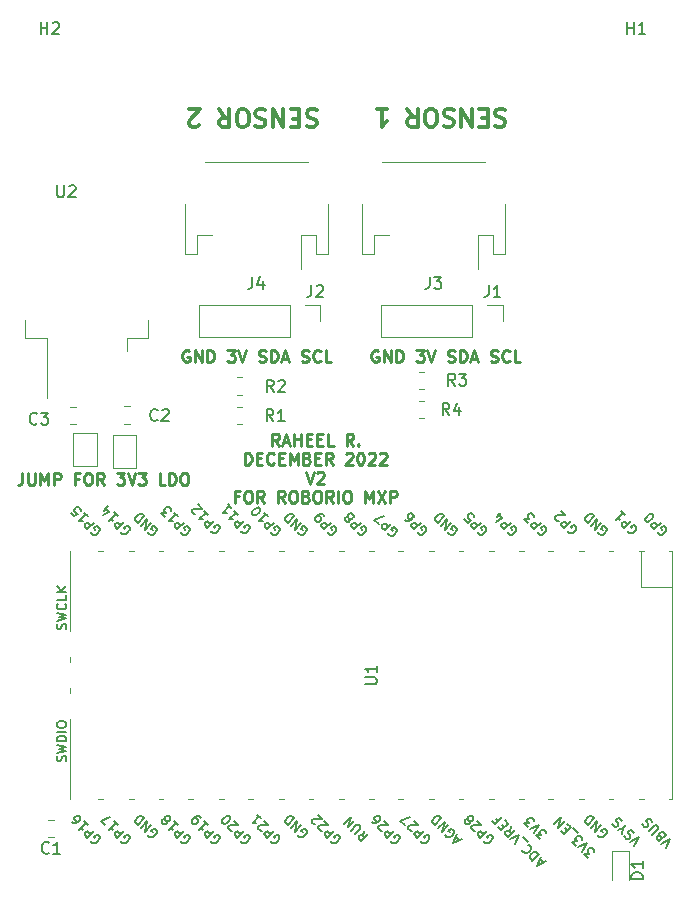
<source format=gbr>
%TF.GenerationSoftware,KiCad,Pcbnew,(6.0.9-0)*%
%TF.CreationDate,2022-12-27T14:01:03-06:00*%
%TF.ProjectId,RioPicoBridge,52696f50-6963-46f4-9272-696467652e6b,rev?*%
%TF.SameCoordinates,Original*%
%TF.FileFunction,Legend,Top*%
%TF.FilePolarity,Positive*%
%FSLAX46Y46*%
G04 Gerber Fmt 4.6, Leading zero omitted, Abs format (unit mm)*
G04 Created by KiCad (PCBNEW (6.0.9-0)) date 2022-12-27 14:01:03*
%MOMM*%
%LPD*%
G01*
G04 APERTURE LIST*
%ADD10C,0.250000*%
%ADD11C,0.254000*%
%ADD12C,0.300000*%
%ADD13C,0.150000*%
%ADD14C,0.120000*%
G04 APERTURE END LIST*
D10*
X120289357Y-94995880D02*
X120289357Y-95710166D01*
X120241738Y-95853023D01*
X120146500Y-95948261D01*
X120003642Y-95995880D01*
X119908404Y-95995880D01*
X120765547Y-94995880D02*
X120765547Y-95805404D01*
X120813166Y-95900642D01*
X120860785Y-95948261D01*
X120956023Y-95995880D01*
X121146500Y-95995880D01*
X121241738Y-95948261D01*
X121289357Y-95900642D01*
X121336976Y-95805404D01*
X121336976Y-94995880D01*
X121813166Y-95995880D02*
X121813166Y-94995880D01*
X122146500Y-95710166D01*
X122479833Y-94995880D01*
X122479833Y-95995880D01*
X122956023Y-95995880D02*
X122956023Y-94995880D01*
X123336976Y-94995880D01*
X123432214Y-95043500D01*
X123479833Y-95091119D01*
X123527452Y-95186357D01*
X123527452Y-95329214D01*
X123479833Y-95424452D01*
X123432214Y-95472071D01*
X123336976Y-95519690D01*
X122956023Y-95519690D01*
X125051261Y-95472071D02*
X124717928Y-95472071D01*
X124717928Y-95995880D02*
X124717928Y-94995880D01*
X125194119Y-94995880D01*
X125765547Y-94995880D02*
X125956023Y-94995880D01*
X126051261Y-95043500D01*
X126146500Y-95138738D01*
X126194119Y-95329214D01*
X126194119Y-95662547D01*
X126146500Y-95853023D01*
X126051261Y-95948261D01*
X125956023Y-95995880D01*
X125765547Y-95995880D01*
X125670309Y-95948261D01*
X125575071Y-95853023D01*
X125527452Y-95662547D01*
X125527452Y-95329214D01*
X125575071Y-95138738D01*
X125670309Y-95043500D01*
X125765547Y-94995880D01*
X127194119Y-95995880D02*
X126860785Y-95519690D01*
X126622690Y-95995880D02*
X126622690Y-94995880D01*
X127003642Y-94995880D01*
X127098880Y-95043500D01*
X127146500Y-95091119D01*
X127194119Y-95186357D01*
X127194119Y-95329214D01*
X127146500Y-95424452D01*
X127098880Y-95472071D01*
X127003642Y-95519690D01*
X126622690Y-95519690D01*
X128289357Y-94995880D02*
X128908404Y-94995880D01*
X128575071Y-95376833D01*
X128717928Y-95376833D01*
X128813166Y-95424452D01*
X128860785Y-95472071D01*
X128908404Y-95567309D01*
X128908404Y-95805404D01*
X128860785Y-95900642D01*
X128813166Y-95948261D01*
X128717928Y-95995880D01*
X128432214Y-95995880D01*
X128336976Y-95948261D01*
X128289357Y-95900642D01*
X129194119Y-94995880D02*
X129527452Y-95995880D01*
X129860785Y-94995880D01*
X130098880Y-94995880D02*
X130717928Y-94995880D01*
X130384595Y-95376833D01*
X130527452Y-95376833D01*
X130622690Y-95424452D01*
X130670309Y-95472071D01*
X130717928Y-95567309D01*
X130717928Y-95805404D01*
X130670309Y-95900642D01*
X130622690Y-95948261D01*
X130527452Y-95995880D01*
X130241738Y-95995880D01*
X130146499Y-95948261D01*
X130098880Y-95900642D01*
X132384595Y-95995880D02*
X131908404Y-95995880D01*
X131908404Y-94995880D01*
X132717928Y-95995880D02*
X132717928Y-94995880D01*
X132956023Y-94995880D01*
X133098880Y-95043500D01*
X133194119Y-95138738D01*
X133241738Y-95233976D01*
X133289357Y-95424452D01*
X133289357Y-95567309D01*
X133241738Y-95757785D01*
X133194119Y-95853023D01*
X133098880Y-95948261D01*
X132956023Y-95995880D01*
X132717928Y-95995880D01*
X133908404Y-94995880D02*
X134098880Y-94995880D01*
X134194119Y-95043500D01*
X134289357Y-95138738D01*
X134336976Y-95329214D01*
X134336976Y-95662547D01*
X134289357Y-95853023D01*
X134194119Y-95948261D01*
X134098880Y-95995880D01*
X133908404Y-95995880D01*
X133813166Y-95948261D01*
X133717928Y-95853023D01*
X133670309Y-95662547D01*
X133670309Y-95329214D01*
X133717928Y-95138738D01*
X133813166Y-95043500D01*
X133908404Y-94995880D01*
D11*
X134411738Y-84635500D02*
X134314976Y-84587119D01*
X134169833Y-84587119D01*
X134024690Y-84635500D01*
X133927928Y-84732261D01*
X133879547Y-84829023D01*
X133831166Y-85022547D01*
X133831166Y-85167690D01*
X133879547Y-85361214D01*
X133927928Y-85457976D01*
X134024690Y-85554738D01*
X134169833Y-85603119D01*
X134266595Y-85603119D01*
X134411738Y-85554738D01*
X134460119Y-85506357D01*
X134460119Y-85167690D01*
X134266595Y-85167690D01*
X134895547Y-85603119D02*
X134895547Y-84587119D01*
X135476119Y-85603119D01*
X135476119Y-84587119D01*
X135959928Y-85603119D02*
X135959928Y-84587119D01*
X136201833Y-84587119D01*
X136346976Y-84635500D01*
X136443738Y-84732261D01*
X136492119Y-84829023D01*
X136540500Y-85022547D01*
X136540500Y-85167690D01*
X136492119Y-85361214D01*
X136443738Y-85457976D01*
X136346976Y-85554738D01*
X136201833Y-85603119D01*
X135959928Y-85603119D01*
X137653261Y-84587119D02*
X138282214Y-84587119D01*
X137943547Y-84974166D01*
X138088690Y-84974166D01*
X138185452Y-85022547D01*
X138233833Y-85070928D01*
X138282214Y-85167690D01*
X138282214Y-85409595D01*
X138233833Y-85506357D01*
X138185452Y-85554738D01*
X138088690Y-85603119D01*
X137798404Y-85603119D01*
X137701642Y-85554738D01*
X137653261Y-85506357D01*
X138572500Y-84587119D02*
X138911166Y-85603119D01*
X139249833Y-84587119D01*
X140314214Y-85554738D02*
X140459357Y-85603119D01*
X140701261Y-85603119D01*
X140798023Y-85554738D01*
X140846404Y-85506357D01*
X140894785Y-85409595D01*
X140894785Y-85312833D01*
X140846404Y-85216071D01*
X140798023Y-85167690D01*
X140701261Y-85119309D01*
X140507738Y-85070928D01*
X140410976Y-85022547D01*
X140362595Y-84974166D01*
X140314214Y-84877404D01*
X140314214Y-84780642D01*
X140362595Y-84683880D01*
X140410976Y-84635500D01*
X140507738Y-84587119D01*
X140749642Y-84587119D01*
X140894785Y-84635500D01*
X141330214Y-85603119D02*
X141330214Y-84587119D01*
X141572119Y-84587119D01*
X141717261Y-84635500D01*
X141814023Y-84732261D01*
X141862404Y-84829023D01*
X141910785Y-85022547D01*
X141910785Y-85167690D01*
X141862404Y-85361214D01*
X141814023Y-85457976D01*
X141717261Y-85554738D01*
X141572119Y-85603119D01*
X141330214Y-85603119D01*
X142297833Y-85312833D02*
X142781642Y-85312833D01*
X142201071Y-85603119D02*
X142539738Y-84587119D01*
X142878404Y-85603119D01*
X143942785Y-85554738D02*
X144087928Y-85603119D01*
X144329833Y-85603119D01*
X144426595Y-85554738D01*
X144474976Y-85506357D01*
X144523357Y-85409595D01*
X144523357Y-85312833D01*
X144474976Y-85216071D01*
X144426595Y-85167690D01*
X144329833Y-85119309D01*
X144136309Y-85070928D01*
X144039547Y-85022547D01*
X143991166Y-84974166D01*
X143942785Y-84877404D01*
X143942785Y-84780642D01*
X143991166Y-84683880D01*
X144039547Y-84635500D01*
X144136309Y-84587119D01*
X144378214Y-84587119D01*
X144523357Y-84635500D01*
X145539357Y-85506357D02*
X145490976Y-85554738D01*
X145345833Y-85603119D01*
X145249071Y-85603119D01*
X145103928Y-85554738D01*
X145007166Y-85457976D01*
X144958785Y-85361214D01*
X144910404Y-85167690D01*
X144910404Y-85022547D01*
X144958785Y-84829023D01*
X145007166Y-84732261D01*
X145103928Y-84635500D01*
X145249071Y-84587119D01*
X145345833Y-84587119D01*
X145490976Y-84635500D01*
X145539357Y-84683880D01*
X146458595Y-85603119D02*
X145974785Y-85603119D01*
X145974785Y-84587119D01*
D12*
X145225071Y-64286357D02*
X145010785Y-64214928D01*
X144653642Y-64214928D01*
X144510785Y-64286357D01*
X144439357Y-64357785D01*
X144367928Y-64500642D01*
X144367928Y-64643500D01*
X144439357Y-64786357D01*
X144510785Y-64857785D01*
X144653642Y-64929214D01*
X144939357Y-65000642D01*
X145082214Y-65072071D01*
X145153642Y-65143500D01*
X145225071Y-65286357D01*
X145225071Y-65429214D01*
X145153642Y-65572071D01*
X145082214Y-65643500D01*
X144939357Y-65714928D01*
X144582214Y-65714928D01*
X144367928Y-65643500D01*
X143725071Y-65000642D02*
X143225071Y-65000642D01*
X143010785Y-64214928D02*
X143725071Y-64214928D01*
X143725071Y-65714928D01*
X143010785Y-65714928D01*
X142367928Y-64214928D02*
X142367928Y-65714928D01*
X141510785Y-64214928D01*
X141510785Y-65714928D01*
X140867928Y-64286357D02*
X140653642Y-64214928D01*
X140296500Y-64214928D01*
X140153642Y-64286357D01*
X140082214Y-64357785D01*
X140010785Y-64500642D01*
X140010785Y-64643500D01*
X140082214Y-64786357D01*
X140153642Y-64857785D01*
X140296500Y-64929214D01*
X140582214Y-65000642D01*
X140725071Y-65072071D01*
X140796500Y-65143500D01*
X140867928Y-65286357D01*
X140867928Y-65429214D01*
X140796500Y-65572071D01*
X140725071Y-65643500D01*
X140582214Y-65714928D01*
X140225071Y-65714928D01*
X140010785Y-65643500D01*
X139082214Y-65714928D02*
X138796500Y-65714928D01*
X138653642Y-65643500D01*
X138510785Y-65500642D01*
X138439357Y-65214928D01*
X138439357Y-64714928D01*
X138510785Y-64429214D01*
X138653642Y-64286357D01*
X138796500Y-64214928D01*
X139082214Y-64214928D01*
X139225071Y-64286357D01*
X139367928Y-64429214D01*
X139439357Y-64714928D01*
X139439357Y-65214928D01*
X139367928Y-65500642D01*
X139225071Y-65643500D01*
X139082214Y-65714928D01*
X136939357Y-64214928D02*
X137439357Y-64929214D01*
X137796500Y-64214928D02*
X137796500Y-65714928D01*
X137225071Y-65714928D01*
X137082214Y-65643500D01*
X137010785Y-65572071D01*
X136939357Y-65429214D01*
X136939357Y-65214928D01*
X137010785Y-65072071D01*
X137082214Y-65000642D01*
X137225071Y-64929214D01*
X137796500Y-64929214D01*
X135225071Y-65572071D02*
X135153642Y-65643500D01*
X135010785Y-65714928D01*
X134653642Y-65714928D01*
X134510785Y-65643500D01*
X134439357Y-65572071D01*
X134367928Y-65429214D01*
X134367928Y-65286357D01*
X134439357Y-65072071D01*
X135296500Y-64214928D01*
X134367928Y-64214928D01*
X161175071Y-64236357D02*
X160960785Y-64164928D01*
X160603642Y-64164928D01*
X160460785Y-64236357D01*
X160389357Y-64307785D01*
X160317928Y-64450642D01*
X160317928Y-64593500D01*
X160389357Y-64736357D01*
X160460785Y-64807785D01*
X160603642Y-64879214D01*
X160889357Y-64950642D01*
X161032214Y-65022071D01*
X161103642Y-65093500D01*
X161175071Y-65236357D01*
X161175071Y-65379214D01*
X161103642Y-65522071D01*
X161032214Y-65593500D01*
X160889357Y-65664928D01*
X160532214Y-65664928D01*
X160317928Y-65593500D01*
X159675071Y-64950642D02*
X159175071Y-64950642D01*
X158960785Y-64164928D02*
X159675071Y-64164928D01*
X159675071Y-65664928D01*
X158960785Y-65664928D01*
X158317928Y-64164928D02*
X158317928Y-65664928D01*
X157460785Y-64164928D01*
X157460785Y-65664928D01*
X156817928Y-64236357D02*
X156603642Y-64164928D01*
X156246500Y-64164928D01*
X156103642Y-64236357D01*
X156032214Y-64307785D01*
X155960785Y-64450642D01*
X155960785Y-64593500D01*
X156032214Y-64736357D01*
X156103642Y-64807785D01*
X156246500Y-64879214D01*
X156532214Y-64950642D01*
X156675071Y-65022071D01*
X156746500Y-65093500D01*
X156817928Y-65236357D01*
X156817928Y-65379214D01*
X156746500Y-65522071D01*
X156675071Y-65593500D01*
X156532214Y-65664928D01*
X156175071Y-65664928D01*
X155960785Y-65593500D01*
X155032214Y-65664928D02*
X154746500Y-65664928D01*
X154603642Y-65593500D01*
X154460785Y-65450642D01*
X154389357Y-65164928D01*
X154389357Y-64664928D01*
X154460785Y-64379214D01*
X154603642Y-64236357D01*
X154746500Y-64164928D01*
X155032214Y-64164928D01*
X155175071Y-64236357D01*
X155317928Y-64379214D01*
X155389357Y-64664928D01*
X155389357Y-65164928D01*
X155317928Y-65450642D01*
X155175071Y-65593500D01*
X155032214Y-65664928D01*
X152889357Y-64164928D02*
X153389357Y-64879214D01*
X153746500Y-64164928D02*
X153746500Y-65664928D01*
X153175071Y-65664928D01*
X153032214Y-65593500D01*
X152960785Y-65522071D01*
X152889357Y-65379214D01*
X152889357Y-65164928D01*
X152960785Y-65022071D01*
X153032214Y-64950642D01*
X153175071Y-64879214D01*
X153746500Y-64879214D01*
X150317928Y-64164928D02*
X151175071Y-64164928D01*
X150746500Y-64164928D02*
X150746500Y-65664928D01*
X150889357Y-65450642D01*
X151032214Y-65307785D01*
X151175071Y-65236357D01*
D11*
X150411738Y-84635500D02*
X150314976Y-84587119D01*
X150169833Y-84587119D01*
X150024690Y-84635500D01*
X149927928Y-84732261D01*
X149879547Y-84829023D01*
X149831166Y-85022547D01*
X149831166Y-85167690D01*
X149879547Y-85361214D01*
X149927928Y-85457976D01*
X150024690Y-85554738D01*
X150169833Y-85603119D01*
X150266595Y-85603119D01*
X150411738Y-85554738D01*
X150460119Y-85506357D01*
X150460119Y-85167690D01*
X150266595Y-85167690D01*
X150895547Y-85603119D02*
X150895547Y-84587119D01*
X151476119Y-85603119D01*
X151476119Y-84587119D01*
X151959928Y-85603119D02*
X151959928Y-84587119D01*
X152201833Y-84587119D01*
X152346976Y-84635500D01*
X152443738Y-84732261D01*
X152492119Y-84829023D01*
X152540500Y-85022547D01*
X152540500Y-85167690D01*
X152492119Y-85361214D01*
X152443738Y-85457976D01*
X152346976Y-85554738D01*
X152201833Y-85603119D01*
X151959928Y-85603119D01*
X153653261Y-84587119D02*
X154282214Y-84587119D01*
X153943547Y-84974166D01*
X154088690Y-84974166D01*
X154185452Y-85022547D01*
X154233833Y-85070928D01*
X154282214Y-85167690D01*
X154282214Y-85409595D01*
X154233833Y-85506357D01*
X154185452Y-85554738D01*
X154088690Y-85603119D01*
X153798404Y-85603119D01*
X153701642Y-85554738D01*
X153653261Y-85506357D01*
X154572500Y-84587119D02*
X154911166Y-85603119D01*
X155249833Y-84587119D01*
X156314214Y-85554738D02*
X156459357Y-85603119D01*
X156701261Y-85603119D01*
X156798023Y-85554738D01*
X156846404Y-85506357D01*
X156894785Y-85409595D01*
X156894785Y-85312833D01*
X156846404Y-85216071D01*
X156798023Y-85167690D01*
X156701261Y-85119309D01*
X156507738Y-85070928D01*
X156410976Y-85022547D01*
X156362595Y-84974166D01*
X156314214Y-84877404D01*
X156314214Y-84780642D01*
X156362595Y-84683880D01*
X156410976Y-84635500D01*
X156507738Y-84587119D01*
X156749642Y-84587119D01*
X156894785Y-84635500D01*
X157330214Y-85603119D02*
X157330214Y-84587119D01*
X157572119Y-84587119D01*
X157717261Y-84635500D01*
X157814023Y-84732261D01*
X157862404Y-84829023D01*
X157910785Y-85022547D01*
X157910785Y-85167690D01*
X157862404Y-85361214D01*
X157814023Y-85457976D01*
X157717261Y-85554738D01*
X157572119Y-85603119D01*
X157330214Y-85603119D01*
X158297833Y-85312833D02*
X158781642Y-85312833D01*
X158201071Y-85603119D02*
X158539738Y-84587119D01*
X158878404Y-85603119D01*
X159942785Y-85554738D02*
X160087928Y-85603119D01*
X160329833Y-85603119D01*
X160426595Y-85554738D01*
X160474976Y-85506357D01*
X160523357Y-85409595D01*
X160523357Y-85312833D01*
X160474976Y-85216071D01*
X160426595Y-85167690D01*
X160329833Y-85119309D01*
X160136309Y-85070928D01*
X160039547Y-85022547D01*
X159991166Y-84974166D01*
X159942785Y-84877404D01*
X159942785Y-84780642D01*
X159991166Y-84683880D01*
X160039547Y-84635500D01*
X160136309Y-84587119D01*
X160378214Y-84587119D01*
X160523357Y-84635500D01*
X161539357Y-85506357D02*
X161490976Y-85554738D01*
X161345833Y-85603119D01*
X161249071Y-85603119D01*
X161103928Y-85554738D01*
X161007166Y-85457976D01*
X160958785Y-85361214D01*
X160910404Y-85167690D01*
X160910404Y-85022547D01*
X160958785Y-84829023D01*
X161007166Y-84732261D01*
X161103928Y-84635500D01*
X161249071Y-84587119D01*
X161345833Y-84587119D01*
X161490976Y-84635500D01*
X161539357Y-84683880D01*
X162458595Y-85603119D02*
X161974785Y-85603119D01*
X161974785Y-84587119D01*
D10*
X142025071Y-92680880D02*
X141691738Y-92204690D01*
X141453642Y-92680880D02*
X141453642Y-91680880D01*
X141834595Y-91680880D01*
X141929833Y-91728500D01*
X141977452Y-91776119D01*
X142025071Y-91871357D01*
X142025071Y-92014214D01*
X141977452Y-92109452D01*
X141929833Y-92157071D01*
X141834595Y-92204690D01*
X141453642Y-92204690D01*
X142406023Y-92395166D02*
X142882214Y-92395166D01*
X142310785Y-92680880D02*
X142644119Y-91680880D01*
X142977452Y-92680880D01*
X143310785Y-92680880D02*
X143310785Y-91680880D01*
X143310785Y-92157071D02*
X143882214Y-92157071D01*
X143882214Y-92680880D02*
X143882214Y-91680880D01*
X144358404Y-92157071D02*
X144691738Y-92157071D01*
X144834595Y-92680880D02*
X144358404Y-92680880D01*
X144358404Y-91680880D01*
X144834595Y-91680880D01*
X145263166Y-92157071D02*
X145596500Y-92157071D01*
X145739357Y-92680880D02*
X145263166Y-92680880D01*
X145263166Y-91680880D01*
X145739357Y-91680880D01*
X146644119Y-92680880D02*
X146167928Y-92680880D01*
X146167928Y-91680880D01*
X148310785Y-92680880D02*
X147977452Y-92204690D01*
X147739357Y-92680880D02*
X147739357Y-91680880D01*
X148120309Y-91680880D01*
X148215547Y-91728500D01*
X148263166Y-91776119D01*
X148310785Y-91871357D01*
X148310785Y-92014214D01*
X148263166Y-92109452D01*
X148215547Y-92157071D01*
X148120309Y-92204690D01*
X147739357Y-92204690D01*
X148739357Y-92585642D02*
X148786976Y-92633261D01*
X148739357Y-92680880D01*
X148691738Y-92633261D01*
X148739357Y-92585642D01*
X148739357Y-92680880D01*
X139120309Y-94290880D02*
X139120309Y-93290880D01*
X139358404Y-93290880D01*
X139501261Y-93338500D01*
X139596500Y-93433738D01*
X139644119Y-93528976D01*
X139691738Y-93719452D01*
X139691738Y-93862309D01*
X139644119Y-94052785D01*
X139596500Y-94148023D01*
X139501261Y-94243261D01*
X139358404Y-94290880D01*
X139120309Y-94290880D01*
X140120309Y-93767071D02*
X140453642Y-93767071D01*
X140596500Y-94290880D02*
X140120309Y-94290880D01*
X140120309Y-93290880D01*
X140596500Y-93290880D01*
X141596500Y-94195642D02*
X141548880Y-94243261D01*
X141406023Y-94290880D01*
X141310785Y-94290880D01*
X141167928Y-94243261D01*
X141072690Y-94148023D01*
X141025071Y-94052785D01*
X140977452Y-93862309D01*
X140977452Y-93719452D01*
X141025071Y-93528976D01*
X141072690Y-93433738D01*
X141167928Y-93338500D01*
X141310785Y-93290880D01*
X141406023Y-93290880D01*
X141548880Y-93338500D01*
X141596500Y-93386119D01*
X142025071Y-93767071D02*
X142358404Y-93767071D01*
X142501261Y-94290880D02*
X142025071Y-94290880D01*
X142025071Y-93290880D01*
X142501261Y-93290880D01*
X142929833Y-94290880D02*
X142929833Y-93290880D01*
X143263166Y-94005166D01*
X143596500Y-93290880D01*
X143596500Y-94290880D01*
X144406023Y-93767071D02*
X144548880Y-93814690D01*
X144596500Y-93862309D01*
X144644119Y-93957547D01*
X144644119Y-94100404D01*
X144596500Y-94195642D01*
X144548880Y-94243261D01*
X144453642Y-94290880D01*
X144072690Y-94290880D01*
X144072690Y-93290880D01*
X144406023Y-93290880D01*
X144501261Y-93338500D01*
X144548880Y-93386119D01*
X144596500Y-93481357D01*
X144596500Y-93576595D01*
X144548880Y-93671833D01*
X144501261Y-93719452D01*
X144406023Y-93767071D01*
X144072690Y-93767071D01*
X145072690Y-93767071D02*
X145406023Y-93767071D01*
X145548880Y-94290880D02*
X145072690Y-94290880D01*
X145072690Y-93290880D01*
X145548880Y-93290880D01*
X146548880Y-94290880D02*
X146215547Y-93814690D01*
X145977452Y-94290880D02*
X145977452Y-93290880D01*
X146358404Y-93290880D01*
X146453642Y-93338500D01*
X146501261Y-93386119D01*
X146548880Y-93481357D01*
X146548880Y-93624214D01*
X146501261Y-93719452D01*
X146453642Y-93767071D01*
X146358404Y-93814690D01*
X145977452Y-93814690D01*
X147691738Y-93386119D02*
X147739357Y-93338500D01*
X147834595Y-93290880D01*
X148072690Y-93290880D01*
X148167928Y-93338500D01*
X148215547Y-93386119D01*
X148263166Y-93481357D01*
X148263166Y-93576595D01*
X148215547Y-93719452D01*
X147644119Y-94290880D01*
X148263166Y-94290880D01*
X148882214Y-93290880D02*
X148977452Y-93290880D01*
X149072690Y-93338500D01*
X149120309Y-93386119D01*
X149167928Y-93481357D01*
X149215547Y-93671833D01*
X149215547Y-93909928D01*
X149167928Y-94100404D01*
X149120309Y-94195642D01*
X149072690Y-94243261D01*
X148977452Y-94290880D01*
X148882214Y-94290880D01*
X148786976Y-94243261D01*
X148739357Y-94195642D01*
X148691738Y-94100404D01*
X148644119Y-93909928D01*
X148644119Y-93671833D01*
X148691738Y-93481357D01*
X148739357Y-93386119D01*
X148786976Y-93338500D01*
X148882214Y-93290880D01*
X149596500Y-93386119D02*
X149644119Y-93338500D01*
X149739357Y-93290880D01*
X149977452Y-93290880D01*
X150072690Y-93338500D01*
X150120309Y-93386119D01*
X150167928Y-93481357D01*
X150167928Y-93576595D01*
X150120309Y-93719452D01*
X149548880Y-94290880D01*
X150167928Y-94290880D01*
X150548880Y-93386119D02*
X150596500Y-93338500D01*
X150691738Y-93290880D01*
X150929833Y-93290880D01*
X151025071Y-93338500D01*
X151072690Y-93386119D01*
X151120309Y-93481357D01*
X151120309Y-93576595D01*
X151072690Y-93719452D01*
X150501261Y-94290880D01*
X151120309Y-94290880D01*
X144286976Y-94900880D02*
X144620309Y-95900880D01*
X144953642Y-94900880D01*
X145239357Y-94996119D02*
X145286976Y-94948500D01*
X145382214Y-94900880D01*
X145620309Y-94900880D01*
X145715547Y-94948500D01*
X145763166Y-94996119D01*
X145810785Y-95091357D01*
X145810785Y-95186595D01*
X145763166Y-95329452D01*
X145191738Y-95900880D01*
X145810785Y-95900880D01*
X138596500Y-96987071D02*
X138263166Y-96987071D01*
X138263166Y-97510880D02*
X138263166Y-96510880D01*
X138739357Y-96510880D01*
X139310785Y-96510880D02*
X139501261Y-96510880D01*
X139596500Y-96558500D01*
X139691738Y-96653738D01*
X139739357Y-96844214D01*
X139739357Y-97177547D01*
X139691738Y-97368023D01*
X139596500Y-97463261D01*
X139501261Y-97510880D01*
X139310785Y-97510880D01*
X139215547Y-97463261D01*
X139120309Y-97368023D01*
X139072690Y-97177547D01*
X139072690Y-96844214D01*
X139120309Y-96653738D01*
X139215547Y-96558500D01*
X139310785Y-96510880D01*
X140739357Y-97510880D02*
X140406023Y-97034690D01*
X140167928Y-97510880D02*
X140167928Y-96510880D01*
X140548880Y-96510880D01*
X140644119Y-96558500D01*
X140691738Y-96606119D01*
X140739357Y-96701357D01*
X140739357Y-96844214D01*
X140691738Y-96939452D01*
X140644119Y-96987071D01*
X140548880Y-97034690D01*
X140167928Y-97034690D01*
X142501261Y-97510880D02*
X142167928Y-97034690D01*
X141929833Y-97510880D02*
X141929833Y-96510880D01*
X142310785Y-96510880D01*
X142406023Y-96558500D01*
X142453642Y-96606119D01*
X142501261Y-96701357D01*
X142501261Y-96844214D01*
X142453642Y-96939452D01*
X142406023Y-96987071D01*
X142310785Y-97034690D01*
X141929833Y-97034690D01*
X143120309Y-96510880D02*
X143310785Y-96510880D01*
X143406023Y-96558500D01*
X143501261Y-96653738D01*
X143548880Y-96844214D01*
X143548880Y-97177547D01*
X143501261Y-97368023D01*
X143406023Y-97463261D01*
X143310785Y-97510880D01*
X143120309Y-97510880D01*
X143025071Y-97463261D01*
X142929833Y-97368023D01*
X142882214Y-97177547D01*
X142882214Y-96844214D01*
X142929833Y-96653738D01*
X143025071Y-96558500D01*
X143120309Y-96510880D01*
X144310785Y-96987071D02*
X144453642Y-97034690D01*
X144501261Y-97082309D01*
X144548880Y-97177547D01*
X144548880Y-97320404D01*
X144501261Y-97415642D01*
X144453642Y-97463261D01*
X144358404Y-97510880D01*
X143977452Y-97510880D01*
X143977452Y-96510880D01*
X144310785Y-96510880D01*
X144406023Y-96558500D01*
X144453642Y-96606119D01*
X144501261Y-96701357D01*
X144501261Y-96796595D01*
X144453642Y-96891833D01*
X144406023Y-96939452D01*
X144310785Y-96987071D01*
X143977452Y-96987071D01*
X145167928Y-96510880D02*
X145358404Y-96510880D01*
X145453642Y-96558500D01*
X145548880Y-96653738D01*
X145596500Y-96844214D01*
X145596500Y-97177547D01*
X145548880Y-97368023D01*
X145453642Y-97463261D01*
X145358404Y-97510880D01*
X145167928Y-97510880D01*
X145072690Y-97463261D01*
X144977452Y-97368023D01*
X144929833Y-97177547D01*
X144929833Y-96844214D01*
X144977452Y-96653738D01*
X145072690Y-96558500D01*
X145167928Y-96510880D01*
X146596500Y-97510880D02*
X146263166Y-97034690D01*
X146025071Y-97510880D02*
X146025071Y-96510880D01*
X146406023Y-96510880D01*
X146501261Y-96558500D01*
X146548880Y-96606119D01*
X146596500Y-96701357D01*
X146596500Y-96844214D01*
X146548880Y-96939452D01*
X146501261Y-96987071D01*
X146406023Y-97034690D01*
X146025071Y-97034690D01*
X147025071Y-97510880D02*
X147025071Y-96510880D01*
X147691738Y-96510880D02*
X147882214Y-96510880D01*
X147977452Y-96558500D01*
X148072690Y-96653738D01*
X148120309Y-96844214D01*
X148120309Y-97177547D01*
X148072690Y-97368023D01*
X147977452Y-97463261D01*
X147882214Y-97510880D01*
X147691738Y-97510880D01*
X147596500Y-97463261D01*
X147501261Y-97368023D01*
X147453642Y-97177547D01*
X147453642Y-96844214D01*
X147501261Y-96653738D01*
X147596500Y-96558500D01*
X147691738Y-96510880D01*
X149310785Y-97510880D02*
X149310785Y-96510880D01*
X149644119Y-97225166D01*
X149977452Y-96510880D01*
X149977452Y-97510880D01*
X150358404Y-96510880D02*
X151025071Y-97510880D01*
X151025071Y-96510880D02*
X150358404Y-97510880D01*
X151406023Y-97510880D02*
X151406023Y-96510880D01*
X151786976Y-96510880D01*
X151882214Y-96558500D01*
X151929833Y-96606119D01*
X151977452Y-96701357D01*
X151977452Y-96844214D01*
X151929833Y-96939452D01*
X151882214Y-96987071D01*
X151786976Y-97034690D01*
X151406023Y-97034690D01*
D13*
%TO.C,J4*%
X139763166Y-78395880D02*
X139763166Y-79110166D01*
X139715547Y-79253023D01*
X139620309Y-79348261D01*
X139477452Y-79395880D01*
X139382214Y-79395880D01*
X140667928Y-78729214D02*
X140667928Y-79395880D01*
X140429833Y-78348261D02*
X140191738Y-79062547D01*
X140810785Y-79062547D01*
%TO.C,J3*%
X154763166Y-78395880D02*
X154763166Y-79110166D01*
X154715547Y-79253023D01*
X154620309Y-79348261D01*
X154477452Y-79395880D01*
X154382214Y-79395880D01*
X155144119Y-78395880D02*
X155763166Y-78395880D01*
X155429833Y-78776833D01*
X155572690Y-78776833D01*
X155667928Y-78824452D01*
X155715547Y-78872071D01*
X155763166Y-78967309D01*
X155763166Y-79205404D01*
X155715547Y-79300642D01*
X155667928Y-79348261D01*
X155572690Y-79395880D01*
X155286976Y-79395880D01*
X155191738Y-79348261D01*
X155144119Y-79300642D01*
%TO.C,U2*%
X123234595Y-70645880D02*
X123234595Y-71455404D01*
X123282214Y-71550642D01*
X123329833Y-71598261D01*
X123425071Y-71645880D01*
X123615547Y-71645880D01*
X123710785Y-71598261D01*
X123758404Y-71550642D01*
X123806023Y-71455404D01*
X123806023Y-70645880D01*
X124234595Y-70741119D02*
X124282214Y-70693500D01*
X124377452Y-70645880D01*
X124615547Y-70645880D01*
X124710785Y-70693500D01*
X124758404Y-70741119D01*
X124806023Y-70836357D01*
X124806023Y-70931595D01*
X124758404Y-71074452D01*
X124186976Y-71645880D01*
X124806023Y-71645880D01*
%TO.C,C3*%
X121529833Y-90800642D02*
X121482214Y-90848261D01*
X121339357Y-90895880D01*
X121244119Y-90895880D01*
X121101261Y-90848261D01*
X121006023Y-90753023D01*
X120958404Y-90657785D01*
X120910785Y-90467309D01*
X120910785Y-90324452D01*
X120958404Y-90133976D01*
X121006023Y-90038738D01*
X121101261Y-89943500D01*
X121244119Y-89895880D01*
X121339357Y-89895880D01*
X121482214Y-89943500D01*
X121529833Y-89991119D01*
X121863166Y-89895880D02*
X122482214Y-89895880D01*
X122148880Y-90276833D01*
X122291738Y-90276833D01*
X122386976Y-90324452D01*
X122434595Y-90372071D01*
X122482214Y-90467309D01*
X122482214Y-90705404D01*
X122434595Y-90800642D01*
X122386976Y-90848261D01*
X122291738Y-90895880D01*
X122006023Y-90895880D01*
X121910785Y-90848261D01*
X121863166Y-90800642D01*
%TO.C,C2*%
X131729833Y-90500642D02*
X131682214Y-90548261D01*
X131539357Y-90595880D01*
X131444119Y-90595880D01*
X131301261Y-90548261D01*
X131206023Y-90453023D01*
X131158404Y-90357785D01*
X131110785Y-90167309D01*
X131110785Y-90024452D01*
X131158404Y-89833976D01*
X131206023Y-89738738D01*
X131301261Y-89643500D01*
X131444119Y-89595880D01*
X131539357Y-89595880D01*
X131682214Y-89643500D01*
X131729833Y-89691119D01*
X132110785Y-89691119D02*
X132158404Y-89643500D01*
X132253642Y-89595880D01*
X132491738Y-89595880D01*
X132586976Y-89643500D01*
X132634595Y-89691119D01*
X132682214Y-89786357D01*
X132682214Y-89881595D01*
X132634595Y-90024452D01*
X132063166Y-90595880D01*
X132682214Y-90595880D01*
%TO.C,C1*%
X122533333Y-127137142D02*
X122485714Y-127184761D01*
X122342857Y-127232380D01*
X122247619Y-127232380D01*
X122104761Y-127184761D01*
X122009523Y-127089523D01*
X121961904Y-126994285D01*
X121914285Y-126803809D01*
X121914285Y-126660952D01*
X121961904Y-126470476D01*
X122009523Y-126375238D01*
X122104761Y-126280000D01*
X122247619Y-126232380D01*
X122342857Y-126232380D01*
X122485714Y-126280000D01*
X122533333Y-126327619D01*
X123485714Y-127232380D02*
X122914285Y-127232380D01*
X123200000Y-127232380D02*
X123200000Y-126232380D01*
X123104761Y-126375238D01*
X123009523Y-126470476D01*
X122914285Y-126518095D01*
%TO.C,H1*%
X171471395Y-57824880D02*
X171471395Y-56824880D01*
X171471395Y-57301071D02*
X172042823Y-57301071D01*
X172042823Y-57824880D02*
X172042823Y-56824880D01*
X173042823Y-57824880D02*
X172471395Y-57824880D01*
X172757109Y-57824880D02*
X172757109Y-56824880D01*
X172661871Y-56967738D01*
X172566633Y-57062976D01*
X172471395Y-57110595D01*
%TO.C,J1*%
X159763166Y-79095880D02*
X159763166Y-79810166D01*
X159715547Y-79953023D01*
X159620309Y-80048261D01*
X159477452Y-80095880D01*
X159382214Y-80095880D01*
X160763166Y-80095880D02*
X160191738Y-80095880D01*
X160477452Y-80095880D02*
X160477452Y-79095880D01*
X160382214Y-79238738D01*
X160286976Y-79333976D01*
X160191738Y-79381595D01*
%TO.C,R3*%
X156929833Y-87595880D02*
X156596500Y-87119690D01*
X156358404Y-87595880D02*
X156358404Y-86595880D01*
X156739357Y-86595880D01*
X156834595Y-86643500D01*
X156882214Y-86691119D01*
X156929833Y-86786357D01*
X156929833Y-86929214D01*
X156882214Y-87024452D01*
X156834595Y-87072071D01*
X156739357Y-87119690D01*
X156358404Y-87119690D01*
X157263166Y-86595880D02*
X157882214Y-86595880D01*
X157548880Y-86976833D01*
X157691738Y-86976833D01*
X157786976Y-87024452D01*
X157834595Y-87072071D01*
X157882214Y-87167309D01*
X157882214Y-87405404D01*
X157834595Y-87500642D01*
X157786976Y-87548261D01*
X157691738Y-87595880D01*
X157406023Y-87595880D01*
X157310785Y-87548261D01*
X157263166Y-87500642D01*
%TO.C,R1*%
X141529833Y-90595880D02*
X141196500Y-90119690D01*
X140958404Y-90595880D02*
X140958404Y-89595880D01*
X141339357Y-89595880D01*
X141434595Y-89643500D01*
X141482214Y-89691119D01*
X141529833Y-89786357D01*
X141529833Y-89929214D01*
X141482214Y-90024452D01*
X141434595Y-90072071D01*
X141339357Y-90119690D01*
X140958404Y-90119690D01*
X142482214Y-90595880D02*
X141910785Y-90595880D01*
X142196500Y-90595880D02*
X142196500Y-89595880D01*
X142101261Y-89738738D01*
X142006023Y-89833976D01*
X141910785Y-89881595D01*
%TO.C,D1*%
X172828880Y-129381595D02*
X171828880Y-129381595D01*
X171828880Y-129143500D01*
X171876500Y-129000642D01*
X171971738Y-128905404D01*
X172066976Y-128857785D01*
X172257452Y-128810166D01*
X172400309Y-128810166D01*
X172590785Y-128857785D01*
X172686023Y-128905404D01*
X172781261Y-129000642D01*
X172828880Y-129143500D01*
X172828880Y-129381595D01*
X172828880Y-127857785D02*
X172828880Y-128429214D01*
X172828880Y-128143500D02*
X171828880Y-128143500D01*
X171971738Y-128238738D01*
X172066976Y-128333976D01*
X172114595Y-128429214D01*
%TO.C,U1*%
X149282880Y-112880404D02*
X150092404Y-112880404D01*
X150187642Y-112832785D01*
X150235261Y-112785166D01*
X150282880Y-112689928D01*
X150282880Y-112499452D01*
X150235261Y-112404214D01*
X150187642Y-112356595D01*
X150092404Y-112308976D01*
X149282880Y-112308976D01*
X150282880Y-111308976D02*
X150282880Y-111880404D01*
X150282880Y-111594690D02*
X149282880Y-111594690D01*
X149425738Y-111689928D01*
X149520976Y-111785166D01*
X149568595Y-111880404D01*
X163921718Y-100005403D02*
X163948655Y-100086215D01*
X164029467Y-100167028D01*
X164137217Y-100220902D01*
X164244967Y-100220902D01*
X164325779Y-100193965D01*
X164460466Y-100113153D01*
X164541278Y-100032341D01*
X164622090Y-99897654D01*
X164649028Y-99816841D01*
X164649028Y-99709092D01*
X164595153Y-99601342D01*
X164541278Y-99547467D01*
X164433528Y-99493593D01*
X164379654Y-99493593D01*
X164191092Y-99682154D01*
X164298841Y-99789904D01*
X164191092Y-99197281D02*
X163625406Y-99762967D01*
X163409907Y-99547467D01*
X163382970Y-99466655D01*
X163382970Y-99412780D01*
X163409907Y-99331968D01*
X163490719Y-99251156D01*
X163571532Y-99224219D01*
X163625406Y-99224219D01*
X163706219Y-99251156D01*
X163921718Y-99466655D01*
X163113596Y-99251156D02*
X162763410Y-98900970D01*
X163167471Y-98874032D01*
X163086658Y-98793220D01*
X163059721Y-98712408D01*
X163059721Y-98658533D01*
X163086658Y-98577721D01*
X163221345Y-98443034D01*
X163302158Y-98416097D01*
X163356032Y-98416097D01*
X163436845Y-98443034D01*
X163598469Y-98604658D01*
X163625406Y-98685471D01*
X163625406Y-98739345D01*
X133711092Y-126128777D02*
X133738029Y-126209589D01*
X133818841Y-126290402D01*
X133926591Y-126344276D01*
X134034341Y-126344276D01*
X134115153Y-126317339D01*
X134249840Y-126236527D01*
X134330652Y-126155715D01*
X134411464Y-126021028D01*
X134438402Y-125940215D01*
X134438402Y-125832466D01*
X134384527Y-125724716D01*
X134330652Y-125670841D01*
X134222902Y-125616967D01*
X134169028Y-125616967D01*
X133980466Y-125805528D01*
X134088215Y-125913278D01*
X133980466Y-125320655D02*
X133414780Y-125886341D01*
X133199281Y-125670841D01*
X133172344Y-125590029D01*
X133172344Y-125536154D01*
X133199281Y-125455342D01*
X133280093Y-125374530D01*
X133360906Y-125347593D01*
X133414780Y-125347593D01*
X133495593Y-125374530D01*
X133711092Y-125590029D01*
X133118469Y-124458658D02*
X133441718Y-124781907D01*
X133280093Y-124620283D02*
X132714408Y-125185968D01*
X132849095Y-125159031D01*
X132956845Y-125159031D01*
X133037657Y-125185968D01*
X132471971Y-124458658D02*
X132498909Y-124539471D01*
X132498909Y-124593345D01*
X132471971Y-124674158D01*
X132445034Y-124701095D01*
X132364222Y-124728032D01*
X132310347Y-124728032D01*
X132229535Y-124701095D01*
X132121785Y-124593345D01*
X132094848Y-124512533D01*
X132094848Y-124458658D01*
X132121785Y-124377846D01*
X132148723Y-124350909D01*
X132229535Y-124323971D01*
X132283410Y-124323971D01*
X132364222Y-124350909D01*
X132471971Y-124458658D01*
X132552784Y-124485596D01*
X132606658Y-124485596D01*
X132687471Y-124458658D01*
X132795220Y-124350909D01*
X132822158Y-124270097D01*
X132822158Y-124216222D01*
X132795220Y-124135410D01*
X132687471Y-124027660D01*
X132606658Y-124000723D01*
X132552784Y-124000723D01*
X132471971Y-124027660D01*
X132364222Y-124135410D01*
X132337284Y-124216222D01*
X132337284Y-124270097D01*
X132364222Y-124350909D01*
X133711092Y-100020777D02*
X133738029Y-100101589D01*
X133818841Y-100182402D01*
X133926591Y-100236276D01*
X134034341Y-100236276D01*
X134115153Y-100209339D01*
X134249840Y-100128527D01*
X134330652Y-100047715D01*
X134411464Y-99913028D01*
X134438402Y-99832215D01*
X134438402Y-99724466D01*
X134384527Y-99616716D01*
X134330652Y-99562841D01*
X134222902Y-99508967D01*
X134169028Y-99508967D01*
X133980466Y-99697528D01*
X134088215Y-99805278D01*
X133980466Y-99212655D02*
X133414780Y-99778341D01*
X133199281Y-99562841D01*
X133172344Y-99482029D01*
X133172344Y-99428154D01*
X133199281Y-99347342D01*
X133280093Y-99266530D01*
X133360906Y-99239593D01*
X133414780Y-99239593D01*
X133495593Y-99266530D01*
X133711092Y-99482029D01*
X133118469Y-98350658D02*
X133441718Y-98673907D01*
X133280093Y-98512283D02*
X132714408Y-99077968D01*
X132849095Y-99051031D01*
X132956845Y-99051031D01*
X133037657Y-99077968D01*
X132364222Y-98727782D02*
X132014036Y-98377596D01*
X132418097Y-98350658D01*
X132337284Y-98269846D01*
X132310347Y-98189034D01*
X132310347Y-98135159D01*
X132337284Y-98054347D01*
X132471971Y-97919660D01*
X132552784Y-97892723D01*
X132606658Y-97892723D01*
X132687471Y-97919660D01*
X132849095Y-98081284D01*
X132876032Y-98162097D01*
X132876032Y-98215971D01*
X143628655Y-100032341D02*
X143655593Y-100113153D01*
X143736405Y-100193965D01*
X143844154Y-100247840D01*
X143951904Y-100247840D01*
X144032716Y-100220902D01*
X144167403Y-100140090D01*
X144248215Y-100059278D01*
X144329028Y-99924591D01*
X144355965Y-99843779D01*
X144355965Y-99736029D01*
X144302090Y-99628280D01*
X144248215Y-99574405D01*
X144140466Y-99520530D01*
X144086591Y-99520530D01*
X143898029Y-99709092D01*
X144005779Y-99816841D01*
X143898029Y-99224219D02*
X143332344Y-99789904D01*
X143574780Y-98900970D01*
X143009095Y-99466655D01*
X143305406Y-98631596D02*
X142739721Y-99197281D01*
X142605034Y-99062594D01*
X142551159Y-98954845D01*
X142551159Y-98847095D01*
X142578097Y-98766283D01*
X142658909Y-98631596D01*
X142739721Y-98550784D01*
X142874408Y-98469971D01*
X142955220Y-98443034D01*
X143062970Y-98443034D01*
X143170719Y-98496909D01*
X143305406Y-98631596D01*
X149233935Y-125280124D02*
X149153122Y-125738060D01*
X149557183Y-125603373D02*
X148991498Y-126169058D01*
X148775999Y-125953559D01*
X148749061Y-125872747D01*
X148749061Y-125818872D01*
X148775999Y-125738060D01*
X148856811Y-125657248D01*
X148937623Y-125630310D01*
X148991498Y-125630310D01*
X149072310Y-125657248D01*
X149287809Y-125872747D01*
X148425812Y-125603373D02*
X148883748Y-125145437D01*
X148910686Y-125064625D01*
X148910686Y-125010750D01*
X148883748Y-124929938D01*
X148775999Y-124822188D01*
X148695187Y-124795251D01*
X148641312Y-124795251D01*
X148560500Y-124822188D01*
X148102564Y-125280124D01*
X148398875Y-124445064D02*
X147833190Y-125010750D01*
X148075626Y-124121816D01*
X147509941Y-124687501D01*
X148681718Y-100005403D02*
X148708655Y-100086215D01*
X148789467Y-100167028D01*
X148897217Y-100220902D01*
X149004967Y-100220902D01*
X149085779Y-100193965D01*
X149220466Y-100113153D01*
X149301278Y-100032341D01*
X149382090Y-99897654D01*
X149409028Y-99816841D01*
X149409028Y-99709092D01*
X149355153Y-99601342D01*
X149301278Y-99547467D01*
X149193528Y-99493593D01*
X149139654Y-99493593D01*
X148951092Y-99682154D01*
X149058841Y-99789904D01*
X148951092Y-99197281D02*
X148385406Y-99762967D01*
X148169907Y-99547467D01*
X148142970Y-99466655D01*
X148142970Y-99412780D01*
X148169907Y-99331968D01*
X148250719Y-99251156D01*
X148331532Y-99224219D01*
X148385406Y-99224219D01*
X148466219Y-99251156D01*
X148681718Y-99466655D01*
X147981345Y-98874032D02*
X148008283Y-98954845D01*
X148008283Y-99008719D01*
X147981345Y-99089532D01*
X147954408Y-99116469D01*
X147873596Y-99143406D01*
X147819721Y-99143406D01*
X147738909Y-99116469D01*
X147631159Y-99008719D01*
X147604222Y-98927907D01*
X147604222Y-98874032D01*
X147631159Y-98793220D01*
X147658097Y-98766283D01*
X147738909Y-98739345D01*
X147792784Y-98739345D01*
X147873596Y-98766283D01*
X147981345Y-98874032D01*
X148062158Y-98900970D01*
X148116032Y-98900970D01*
X148196845Y-98874032D01*
X148304594Y-98766283D01*
X148331532Y-98685471D01*
X148331532Y-98631596D01*
X148304594Y-98550784D01*
X148196845Y-98443034D01*
X148116032Y-98416097D01*
X148062158Y-98416097D01*
X147981345Y-98443034D01*
X147873596Y-98550784D01*
X147846658Y-98631596D01*
X147846658Y-98685471D01*
X147873596Y-98766283D01*
X128631092Y-126128777D02*
X128658029Y-126209589D01*
X128738841Y-126290402D01*
X128846591Y-126344276D01*
X128954341Y-126344276D01*
X129035153Y-126317339D01*
X129169840Y-126236527D01*
X129250652Y-126155715D01*
X129331464Y-126021028D01*
X129358402Y-125940215D01*
X129358402Y-125832466D01*
X129304527Y-125724716D01*
X129250652Y-125670841D01*
X129142902Y-125616967D01*
X129089028Y-125616967D01*
X128900466Y-125805528D01*
X129008215Y-125913278D01*
X128900466Y-125320655D02*
X128334780Y-125886341D01*
X128119281Y-125670841D01*
X128092344Y-125590029D01*
X128092344Y-125536154D01*
X128119281Y-125455342D01*
X128200093Y-125374530D01*
X128280906Y-125347593D01*
X128334780Y-125347593D01*
X128415593Y-125374530D01*
X128631092Y-125590029D01*
X128038469Y-124458658D02*
X128361718Y-124781907D01*
X128200093Y-124620283D02*
X127634408Y-125185968D01*
X127769095Y-125159031D01*
X127876845Y-125159031D01*
X127957657Y-125185968D01*
X127284222Y-124835782D02*
X126907098Y-124458658D01*
X127715220Y-124135410D01*
X151251718Y-100105403D02*
X151278655Y-100186215D01*
X151359467Y-100267028D01*
X151467217Y-100320902D01*
X151574967Y-100320902D01*
X151655779Y-100293965D01*
X151790466Y-100213153D01*
X151871278Y-100132341D01*
X151952090Y-99997654D01*
X151979028Y-99916841D01*
X151979028Y-99809092D01*
X151925153Y-99701342D01*
X151871278Y-99647467D01*
X151763528Y-99593593D01*
X151709654Y-99593593D01*
X151521092Y-99782154D01*
X151628841Y-99889904D01*
X151521092Y-99297281D02*
X150955406Y-99862967D01*
X150739907Y-99647467D01*
X150712970Y-99566655D01*
X150712970Y-99512780D01*
X150739907Y-99431968D01*
X150820719Y-99351156D01*
X150901532Y-99324219D01*
X150955406Y-99324219D01*
X151036219Y-99351156D01*
X151251718Y-99566655D01*
X150443596Y-99351156D02*
X150066472Y-98974032D01*
X150874594Y-98650784D01*
X126091092Y-126128777D02*
X126118029Y-126209589D01*
X126198841Y-126290402D01*
X126306591Y-126344276D01*
X126414341Y-126344276D01*
X126495153Y-126317339D01*
X126629840Y-126236527D01*
X126710652Y-126155715D01*
X126791464Y-126021028D01*
X126818402Y-125940215D01*
X126818402Y-125832466D01*
X126764527Y-125724716D01*
X126710652Y-125670841D01*
X126602902Y-125616967D01*
X126549028Y-125616967D01*
X126360466Y-125805528D01*
X126468215Y-125913278D01*
X126360466Y-125320655D02*
X125794780Y-125886341D01*
X125579281Y-125670841D01*
X125552344Y-125590029D01*
X125552344Y-125536154D01*
X125579281Y-125455342D01*
X125660093Y-125374530D01*
X125740906Y-125347593D01*
X125794780Y-125347593D01*
X125875593Y-125374530D01*
X126091092Y-125590029D01*
X125498469Y-124458658D02*
X125821718Y-124781907D01*
X125660093Y-124620283D02*
X125094408Y-125185968D01*
X125229095Y-125159031D01*
X125336845Y-125159031D01*
X125417657Y-125185968D01*
X124447910Y-124539471D02*
X124555660Y-124647220D01*
X124636472Y-124674158D01*
X124690347Y-124674158D01*
X124825034Y-124647220D01*
X124959721Y-124566408D01*
X125175220Y-124350909D01*
X125202158Y-124270097D01*
X125202158Y-124216222D01*
X125175220Y-124135410D01*
X125067471Y-124027660D01*
X124986658Y-124000723D01*
X124932784Y-124000723D01*
X124851971Y-124027660D01*
X124717284Y-124162347D01*
X124690347Y-124243159D01*
X124690347Y-124297034D01*
X124717284Y-124377846D01*
X124825034Y-124485596D01*
X124905846Y-124512533D01*
X124959721Y-124512533D01*
X125040533Y-124485596D01*
X164121092Y-126028652D02*
X163770906Y-125678466D01*
X164174967Y-125651528D01*
X164094154Y-125570716D01*
X164067217Y-125489904D01*
X164067217Y-125436029D01*
X164094154Y-125355217D01*
X164228841Y-125220530D01*
X164309654Y-125193593D01*
X164363528Y-125193593D01*
X164444341Y-125220530D01*
X164605965Y-125382154D01*
X164632902Y-125462967D01*
X164632902Y-125516841D01*
X163609281Y-125516841D02*
X163986405Y-124762594D01*
X163232158Y-125139718D01*
X163097471Y-125005031D02*
X162747284Y-124654845D01*
X163151345Y-124627907D01*
X163070533Y-124547095D01*
X163043596Y-124466283D01*
X163043596Y-124412408D01*
X163070533Y-124331596D01*
X163205220Y-124196909D01*
X163286032Y-124169971D01*
X163339907Y-124169971D01*
X163420719Y-124196909D01*
X163582344Y-124358533D01*
X163609281Y-124439345D01*
X163609281Y-124493220D01*
X154021092Y-126128777D02*
X154048029Y-126209589D01*
X154128841Y-126290402D01*
X154236591Y-126344276D01*
X154344341Y-126344276D01*
X154425153Y-126317339D01*
X154559840Y-126236527D01*
X154640652Y-126155715D01*
X154721464Y-126021028D01*
X154748402Y-125940215D01*
X154748402Y-125832466D01*
X154694527Y-125724716D01*
X154640652Y-125670841D01*
X154532902Y-125616967D01*
X154479028Y-125616967D01*
X154290466Y-125805528D01*
X154398215Y-125913278D01*
X154290466Y-125320655D02*
X153724780Y-125886341D01*
X153509281Y-125670841D01*
X153482344Y-125590029D01*
X153482344Y-125536154D01*
X153509281Y-125455342D01*
X153590093Y-125374530D01*
X153670906Y-125347593D01*
X153724780Y-125347593D01*
X153805593Y-125374530D01*
X154021092Y-125590029D01*
X153239907Y-125293718D02*
X153186032Y-125293718D01*
X153105220Y-125266780D01*
X152970533Y-125132093D01*
X152943596Y-125051281D01*
X152943596Y-124997406D01*
X152970533Y-124916594D01*
X153024408Y-124862719D01*
X153132158Y-124808845D01*
X153778655Y-124808845D01*
X153428469Y-124458658D01*
X152674222Y-124835782D02*
X152297098Y-124458658D01*
X153105220Y-124135410D01*
X161381718Y-100005403D02*
X161408655Y-100086215D01*
X161489467Y-100167028D01*
X161597217Y-100220902D01*
X161704967Y-100220902D01*
X161785779Y-100193965D01*
X161920466Y-100113153D01*
X162001278Y-100032341D01*
X162082090Y-99897654D01*
X162109028Y-99816841D01*
X162109028Y-99709092D01*
X162055153Y-99601342D01*
X162001278Y-99547467D01*
X161893528Y-99493593D01*
X161839654Y-99493593D01*
X161651092Y-99682154D01*
X161758841Y-99789904D01*
X161651092Y-99197281D02*
X161085406Y-99762967D01*
X160869907Y-99547467D01*
X160842970Y-99466655D01*
X160842970Y-99412780D01*
X160869907Y-99331968D01*
X160950719Y-99251156D01*
X161031532Y-99224219D01*
X161085406Y-99224219D01*
X161166219Y-99251156D01*
X161381718Y-99466655D01*
X160465846Y-98766283D02*
X160842970Y-98389159D01*
X160385034Y-99116469D02*
X160923782Y-98847095D01*
X160573596Y-98496909D01*
X158841718Y-100005403D02*
X158868655Y-100086215D01*
X158949467Y-100167028D01*
X159057217Y-100220902D01*
X159164967Y-100220902D01*
X159245779Y-100193965D01*
X159380466Y-100113153D01*
X159461278Y-100032341D01*
X159542090Y-99897654D01*
X159569028Y-99816841D01*
X159569028Y-99709092D01*
X159515153Y-99601342D01*
X159461278Y-99547467D01*
X159353528Y-99493593D01*
X159299654Y-99493593D01*
X159111092Y-99682154D01*
X159218841Y-99789904D01*
X159111092Y-99197281D02*
X158545406Y-99762967D01*
X158329907Y-99547467D01*
X158302970Y-99466655D01*
X158302970Y-99412780D01*
X158329907Y-99331968D01*
X158410719Y-99251156D01*
X158491532Y-99224219D01*
X158545406Y-99224219D01*
X158626219Y-99251156D01*
X158841718Y-99466655D01*
X157710347Y-98927907D02*
X157979721Y-99197281D01*
X158276032Y-98954845D01*
X158222158Y-98954845D01*
X158141345Y-98927907D01*
X158006658Y-98793220D01*
X157979721Y-98712408D01*
X157979721Y-98658533D01*
X158006658Y-98577721D01*
X158141345Y-98443034D01*
X158222158Y-98416097D01*
X158276032Y-98416097D01*
X158356845Y-98443034D01*
X158491532Y-98577721D01*
X158518469Y-98658533D01*
X158518469Y-98712408D01*
X174757809Y-126765370D02*
X175134933Y-126011122D01*
X174380686Y-126388246D01*
X174272936Y-125741748D02*
X174219061Y-125633999D01*
X174219061Y-125580124D01*
X174245999Y-125499312D01*
X174326811Y-125418499D01*
X174407623Y-125391562D01*
X174461498Y-125391562D01*
X174542310Y-125418499D01*
X174757809Y-125633999D01*
X174192124Y-126199684D01*
X174003562Y-126011122D01*
X173976625Y-125930310D01*
X173976625Y-125876435D01*
X174003562Y-125795623D01*
X174057437Y-125741748D01*
X174138249Y-125714811D01*
X174192124Y-125714811D01*
X174272936Y-125741748D01*
X174461498Y-125930310D01*
X173626438Y-125633999D02*
X174084374Y-125176063D01*
X174111312Y-125095251D01*
X174111312Y-125041376D01*
X174084374Y-124960564D01*
X173976625Y-124852814D01*
X173895812Y-124825877D01*
X173841938Y-124825877D01*
X173761125Y-124852814D01*
X173303190Y-125310750D01*
X173599501Y-124529565D02*
X173545626Y-124421816D01*
X173410939Y-124287129D01*
X173330127Y-124260191D01*
X173276252Y-124260191D01*
X173195440Y-124287129D01*
X173141565Y-124341003D01*
X173114628Y-124421816D01*
X173114628Y-124475690D01*
X173141565Y-124556503D01*
X173222377Y-124691190D01*
X173249315Y-124772002D01*
X173249315Y-124825877D01*
X173222377Y-124906689D01*
X173168503Y-124960564D01*
X173087690Y-124987501D01*
X173033816Y-124987501D01*
X172953003Y-124960564D01*
X172818316Y-124825877D01*
X172764442Y-124718127D01*
X130928655Y-100032341D02*
X130955593Y-100113153D01*
X131036405Y-100193965D01*
X131144154Y-100247840D01*
X131251904Y-100247840D01*
X131332716Y-100220902D01*
X131467403Y-100140090D01*
X131548215Y-100059278D01*
X131629028Y-99924591D01*
X131655965Y-99843779D01*
X131655965Y-99736029D01*
X131602090Y-99628280D01*
X131548215Y-99574405D01*
X131440466Y-99520530D01*
X131386591Y-99520530D01*
X131198029Y-99709092D01*
X131305779Y-99816841D01*
X131198029Y-99224219D02*
X130632344Y-99789904D01*
X130874780Y-98900970D01*
X130309095Y-99466655D01*
X130605406Y-98631596D02*
X130039721Y-99197281D01*
X129905034Y-99062594D01*
X129851159Y-98954845D01*
X129851159Y-98847095D01*
X129878097Y-98766283D01*
X129958909Y-98631596D01*
X130039721Y-98550784D01*
X130174408Y-98469971D01*
X130255220Y-98443034D01*
X130362970Y-98443034D01*
X130470719Y-98496909D01*
X130605406Y-98631596D01*
X164364273Y-127963711D02*
X164094899Y-127694337D01*
X164579772Y-127855962D02*
X163825525Y-128233085D01*
X164202649Y-127478838D01*
X164014087Y-127290276D02*
X163448402Y-127855962D01*
X163313715Y-127721275D01*
X163259840Y-127613525D01*
X163259840Y-127505776D01*
X163286777Y-127424963D01*
X163367589Y-127290276D01*
X163448402Y-127209464D01*
X163583089Y-127128652D01*
X163663901Y-127101715D01*
X163771650Y-127101715D01*
X163879400Y-127155589D01*
X164014087Y-127290276D01*
X163071278Y-126455217D02*
X163125153Y-126455217D01*
X163232902Y-126509092D01*
X163286777Y-126562967D01*
X163340652Y-126670716D01*
X163340652Y-126778466D01*
X163313715Y-126859278D01*
X163232902Y-126993965D01*
X163152090Y-127074777D01*
X163017403Y-127155589D01*
X162936591Y-127182527D01*
X162828841Y-127182527D01*
X162721092Y-127128652D01*
X162667217Y-127074777D01*
X162613342Y-126967028D01*
X162613342Y-126913153D01*
X163071278Y-126239718D02*
X162640280Y-125808719D01*
X161966845Y-126374405D02*
X162343968Y-125620158D01*
X161589721Y-125997281D01*
X161643596Y-124919785D02*
X161562784Y-125377721D01*
X161966845Y-125243034D02*
X161401159Y-125808719D01*
X161185660Y-125593220D01*
X161158723Y-125512408D01*
X161158723Y-125458533D01*
X161185660Y-125377721D01*
X161266472Y-125296909D01*
X161347284Y-125269971D01*
X161401159Y-125269971D01*
X161481971Y-125296909D01*
X161697471Y-125512408D01*
X161104848Y-124973660D02*
X160916286Y-124785098D01*
X161131785Y-124407975D02*
X161401159Y-124677349D01*
X160835474Y-125243034D01*
X160566100Y-124973660D01*
X160404475Y-124273288D02*
X160593037Y-124461849D01*
X160889349Y-124165538D02*
X160323663Y-124731223D01*
X160054289Y-124461849D01*
X138791092Y-126128777D02*
X138818029Y-126209589D01*
X138898841Y-126290402D01*
X139006591Y-126344276D01*
X139114341Y-126344276D01*
X139195153Y-126317339D01*
X139329840Y-126236527D01*
X139410652Y-126155715D01*
X139491464Y-126021028D01*
X139518402Y-125940215D01*
X139518402Y-125832466D01*
X139464527Y-125724716D01*
X139410652Y-125670841D01*
X139302902Y-125616967D01*
X139249028Y-125616967D01*
X139060466Y-125805528D01*
X139168215Y-125913278D01*
X139060466Y-125320655D02*
X138494780Y-125886341D01*
X138279281Y-125670841D01*
X138252344Y-125590029D01*
X138252344Y-125536154D01*
X138279281Y-125455342D01*
X138360093Y-125374530D01*
X138440906Y-125347593D01*
X138494780Y-125347593D01*
X138575593Y-125374530D01*
X138791092Y-125590029D01*
X138009907Y-125293718D02*
X137956032Y-125293718D01*
X137875220Y-125266780D01*
X137740533Y-125132093D01*
X137713596Y-125051281D01*
X137713596Y-124997406D01*
X137740533Y-124916594D01*
X137794408Y-124862719D01*
X137902158Y-124808845D01*
X138548655Y-124808845D01*
X138198469Y-124458658D01*
X137282597Y-124674158D02*
X137228723Y-124620283D01*
X137201785Y-124539471D01*
X137201785Y-124485596D01*
X137228723Y-124404784D01*
X137309535Y-124270097D01*
X137444222Y-124135410D01*
X137578909Y-124054597D01*
X137659721Y-124027660D01*
X137713596Y-124027660D01*
X137794408Y-124054597D01*
X137848283Y-124108472D01*
X137875220Y-124189284D01*
X137875220Y-124243159D01*
X137848283Y-124323971D01*
X137767471Y-124458658D01*
X137632784Y-124593345D01*
X137498097Y-124674158D01*
X137417284Y-124701095D01*
X137363410Y-124701095D01*
X137282597Y-124674158D01*
X126091092Y-100020777D02*
X126118029Y-100101589D01*
X126198841Y-100182402D01*
X126306591Y-100236276D01*
X126414341Y-100236276D01*
X126495153Y-100209339D01*
X126629840Y-100128527D01*
X126710652Y-100047715D01*
X126791464Y-99913028D01*
X126818402Y-99832215D01*
X126818402Y-99724466D01*
X126764527Y-99616716D01*
X126710652Y-99562841D01*
X126602902Y-99508967D01*
X126549028Y-99508967D01*
X126360466Y-99697528D01*
X126468215Y-99805278D01*
X126360466Y-99212655D02*
X125794780Y-99778341D01*
X125579281Y-99562841D01*
X125552344Y-99482029D01*
X125552344Y-99428154D01*
X125579281Y-99347342D01*
X125660093Y-99266530D01*
X125740906Y-99239593D01*
X125794780Y-99239593D01*
X125875593Y-99266530D01*
X126091092Y-99482029D01*
X125498469Y-98350658D02*
X125821718Y-98673907D01*
X125660093Y-98512283D02*
X125094408Y-99077968D01*
X125229095Y-99051031D01*
X125336845Y-99051031D01*
X125417657Y-99077968D01*
X124420973Y-98404533D02*
X124690347Y-98673907D01*
X124986658Y-98431471D01*
X124932784Y-98431471D01*
X124851971Y-98404533D01*
X124717284Y-98269846D01*
X124690347Y-98189034D01*
X124690347Y-98135159D01*
X124717284Y-98054347D01*
X124851971Y-97919660D01*
X124932784Y-97892723D01*
X124986658Y-97892723D01*
X125067471Y-97919660D01*
X125202158Y-98054347D01*
X125229095Y-98135159D01*
X125229095Y-98189034D01*
X169028655Y-125632341D02*
X169055593Y-125713153D01*
X169136405Y-125793965D01*
X169244154Y-125847840D01*
X169351904Y-125847840D01*
X169432716Y-125820902D01*
X169567403Y-125740090D01*
X169648215Y-125659278D01*
X169729028Y-125524591D01*
X169755965Y-125443779D01*
X169755965Y-125336029D01*
X169702090Y-125228280D01*
X169648215Y-125174405D01*
X169540466Y-125120530D01*
X169486591Y-125120530D01*
X169298029Y-125309092D01*
X169405779Y-125416841D01*
X169298029Y-124824219D02*
X168732344Y-125389904D01*
X168974780Y-124500970D01*
X168409095Y-125066655D01*
X168705406Y-124231596D02*
X168139721Y-124797281D01*
X168005034Y-124662594D01*
X167951159Y-124554845D01*
X167951159Y-124447095D01*
X167978097Y-124366283D01*
X168058909Y-124231596D01*
X168139721Y-124150784D01*
X168274408Y-124069971D01*
X168355220Y-124043034D01*
X168462970Y-124043034D01*
X168570719Y-124096909D01*
X168705406Y-124231596D01*
X157271464Y-126074902D02*
X157002090Y-125805528D01*
X157486963Y-125967153D02*
X156732716Y-126344276D01*
X157109840Y-125590029D01*
X156086219Y-125643904D02*
X156113156Y-125724716D01*
X156193968Y-125805528D01*
X156301718Y-125859403D01*
X156409467Y-125859403D01*
X156490280Y-125832466D01*
X156624967Y-125751654D01*
X156705779Y-125670841D01*
X156786591Y-125536154D01*
X156813528Y-125455342D01*
X156813528Y-125347593D01*
X156759654Y-125239843D01*
X156705779Y-125185968D01*
X156598029Y-125132093D01*
X156544154Y-125132093D01*
X156355593Y-125320655D01*
X156463342Y-125428405D01*
X156355593Y-124835782D02*
X155789907Y-125401467D01*
X156032344Y-124512533D01*
X155466658Y-125078219D01*
X155762970Y-124243159D02*
X155197284Y-124808845D01*
X155062597Y-124674158D01*
X155008723Y-124566408D01*
X155008723Y-124458658D01*
X155035660Y-124377846D01*
X155116472Y-124243159D01*
X155197284Y-124162347D01*
X155331971Y-124081535D01*
X155412784Y-124054597D01*
X155520533Y-124054597D01*
X155628283Y-124108472D01*
X155762970Y-124243159D01*
X123954309Y-119413738D02*
X123992404Y-119299452D01*
X123992404Y-119108976D01*
X123954309Y-119032785D01*
X123916214Y-118994690D01*
X123840023Y-118956595D01*
X123763833Y-118956595D01*
X123687642Y-118994690D01*
X123649547Y-119032785D01*
X123611452Y-119108976D01*
X123573357Y-119261357D01*
X123535261Y-119337547D01*
X123497166Y-119375642D01*
X123420976Y-119413738D01*
X123344785Y-119413738D01*
X123268595Y-119375642D01*
X123230500Y-119337547D01*
X123192404Y-119261357D01*
X123192404Y-119070880D01*
X123230500Y-118956595D01*
X123192404Y-118689928D02*
X123992404Y-118499452D01*
X123420976Y-118347071D01*
X123992404Y-118194690D01*
X123192404Y-118004214D01*
X123992404Y-117699452D02*
X123192404Y-117699452D01*
X123192404Y-117508976D01*
X123230500Y-117394690D01*
X123306690Y-117318500D01*
X123382880Y-117280404D01*
X123535261Y-117242309D01*
X123649547Y-117242309D01*
X123801928Y-117280404D01*
X123878119Y-117318500D01*
X123954309Y-117394690D01*
X123992404Y-117508976D01*
X123992404Y-117699452D01*
X123992404Y-116899452D02*
X123192404Y-116899452D01*
X123192404Y-116366119D02*
X123192404Y-116213738D01*
X123230500Y-116137547D01*
X123306690Y-116061357D01*
X123459071Y-116023261D01*
X123725738Y-116023261D01*
X123878119Y-116061357D01*
X123954309Y-116137547D01*
X123992404Y-116213738D01*
X123992404Y-116366119D01*
X123954309Y-116442309D01*
X123878119Y-116518500D01*
X123725738Y-116556595D01*
X123459071Y-116556595D01*
X123306690Y-116518500D01*
X123230500Y-116442309D01*
X123192404Y-116366119D01*
X136251092Y-126128777D02*
X136278029Y-126209589D01*
X136358841Y-126290402D01*
X136466591Y-126344276D01*
X136574341Y-126344276D01*
X136655153Y-126317339D01*
X136789840Y-126236527D01*
X136870652Y-126155715D01*
X136951464Y-126021028D01*
X136978402Y-125940215D01*
X136978402Y-125832466D01*
X136924527Y-125724716D01*
X136870652Y-125670841D01*
X136762902Y-125616967D01*
X136709028Y-125616967D01*
X136520466Y-125805528D01*
X136628215Y-125913278D01*
X136520466Y-125320655D02*
X135954780Y-125886341D01*
X135739281Y-125670841D01*
X135712344Y-125590029D01*
X135712344Y-125536154D01*
X135739281Y-125455342D01*
X135820093Y-125374530D01*
X135900906Y-125347593D01*
X135954780Y-125347593D01*
X136035593Y-125374530D01*
X136251092Y-125590029D01*
X135658469Y-124458658D02*
X135981718Y-124781907D01*
X135820093Y-124620283D02*
X135254408Y-125185968D01*
X135389095Y-125159031D01*
X135496845Y-125159031D01*
X135577657Y-125185968D01*
X135389095Y-124189284D02*
X135281345Y-124081535D01*
X135200533Y-124054597D01*
X135146658Y-124054597D01*
X135011971Y-124081535D01*
X134877284Y-124162347D01*
X134661785Y-124377846D01*
X134634848Y-124458658D01*
X134634848Y-124512533D01*
X134661785Y-124593345D01*
X134769535Y-124701095D01*
X134850347Y-124728032D01*
X134904222Y-124728032D01*
X134985034Y-124701095D01*
X135119721Y-124566408D01*
X135146658Y-124485596D01*
X135146658Y-124431721D01*
X135119721Y-124350909D01*
X135011971Y-124243159D01*
X134931159Y-124216222D01*
X134877284Y-124216222D01*
X134796472Y-124243159D01*
X156328655Y-100032341D02*
X156355593Y-100113153D01*
X156436405Y-100193965D01*
X156544154Y-100247840D01*
X156651904Y-100247840D01*
X156732716Y-100220902D01*
X156867403Y-100140090D01*
X156948215Y-100059278D01*
X157029028Y-99924591D01*
X157055965Y-99843779D01*
X157055965Y-99736029D01*
X157002090Y-99628280D01*
X156948215Y-99574405D01*
X156840466Y-99520530D01*
X156786591Y-99520530D01*
X156598029Y-99709092D01*
X156705779Y-99816841D01*
X156598029Y-99224219D02*
X156032344Y-99789904D01*
X156274780Y-98900970D01*
X155709095Y-99466655D01*
X156005406Y-98631596D02*
X155439721Y-99197281D01*
X155305034Y-99062594D01*
X155251159Y-98954845D01*
X155251159Y-98847095D01*
X155278097Y-98766283D01*
X155358909Y-98631596D01*
X155439721Y-98550784D01*
X155574408Y-98469971D01*
X155655220Y-98443034D01*
X155762970Y-98443034D01*
X155870719Y-98496909D01*
X156005406Y-98631596D01*
X151491092Y-126128777D02*
X151518029Y-126209589D01*
X151598841Y-126290402D01*
X151706591Y-126344276D01*
X151814341Y-126344276D01*
X151895153Y-126317339D01*
X152029840Y-126236527D01*
X152110652Y-126155715D01*
X152191464Y-126021028D01*
X152218402Y-125940215D01*
X152218402Y-125832466D01*
X152164527Y-125724716D01*
X152110652Y-125670841D01*
X152002902Y-125616967D01*
X151949028Y-125616967D01*
X151760466Y-125805528D01*
X151868215Y-125913278D01*
X151760466Y-125320655D02*
X151194780Y-125886341D01*
X150979281Y-125670841D01*
X150952344Y-125590029D01*
X150952344Y-125536154D01*
X150979281Y-125455342D01*
X151060093Y-125374530D01*
X151140906Y-125347593D01*
X151194780Y-125347593D01*
X151275593Y-125374530D01*
X151491092Y-125590029D01*
X150709907Y-125293718D02*
X150656032Y-125293718D01*
X150575220Y-125266780D01*
X150440533Y-125132093D01*
X150413596Y-125051281D01*
X150413596Y-124997406D01*
X150440533Y-124916594D01*
X150494408Y-124862719D01*
X150602158Y-124808845D01*
X151248655Y-124808845D01*
X150898469Y-124458658D01*
X149847910Y-124539471D02*
X149955660Y-124647220D01*
X150036472Y-124674158D01*
X150090347Y-124674158D01*
X150225034Y-124647220D01*
X150359721Y-124566408D01*
X150575220Y-124350909D01*
X150602158Y-124270097D01*
X150602158Y-124216222D01*
X150575220Y-124135410D01*
X150467471Y-124027660D01*
X150386658Y-124000723D01*
X150332784Y-124000723D01*
X150251971Y-124027660D01*
X150117284Y-124162347D01*
X150090347Y-124243159D01*
X150090347Y-124297034D01*
X150117284Y-124377846D01*
X150225034Y-124485596D01*
X150305846Y-124512533D01*
X150359721Y-124512533D01*
X150440533Y-124485596D01*
X168188808Y-127596368D02*
X167838622Y-127246182D01*
X168242683Y-127219244D01*
X168161870Y-127138432D01*
X168134933Y-127057620D01*
X168134933Y-127003745D01*
X168161870Y-126922933D01*
X168296557Y-126788246D01*
X168377370Y-126761309D01*
X168431244Y-126761309D01*
X168512057Y-126788246D01*
X168673681Y-126949870D01*
X168700618Y-127030683D01*
X168700618Y-127084557D01*
X167676997Y-127084557D02*
X168054121Y-126330310D01*
X167299874Y-126707434D01*
X167165187Y-126572747D02*
X166815000Y-126222561D01*
X167219061Y-126195623D01*
X167138249Y-126114811D01*
X167111312Y-126033999D01*
X167111312Y-125980124D01*
X167138249Y-125899312D01*
X167272936Y-125764625D01*
X167353748Y-125737687D01*
X167407623Y-125737687D01*
X167488435Y-125764625D01*
X167650060Y-125926249D01*
X167676997Y-126007061D01*
X167676997Y-126060936D01*
X167326811Y-125495251D02*
X166895812Y-125064252D01*
X166410939Y-125279751D02*
X166222377Y-125091190D01*
X166437877Y-124714066D02*
X166707251Y-124983440D01*
X166141565Y-125549125D01*
X165872191Y-125279751D01*
X166195440Y-124471629D02*
X165629755Y-125037315D01*
X165872191Y-124148381D01*
X165306506Y-124714066D01*
X153761718Y-100005403D02*
X153788655Y-100086215D01*
X153869467Y-100167028D01*
X153977217Y-100220902D01*
X154084967Y-100220902D01*
X154165779Y-100193965D01*
X154300466Y-100113153D01*
X154381278Y-100032341D01*
X154462090Y-99897654D01*
X154489028Y-99816841D01*
X154489028Y-99709092D01*
X154435153Y-99601342D01*
X154381278Y-99547467D01*
X154273528Y-99493593D01*
X154219654Y-99493593D01*
X154031092Y-99682154D01*
X154138841Y-99789904D01*
X154031092Y-99197281D02*
X153465406Y-99762967D01*
X153249907Y-99547467D01*
X153222970Y-99466655D01*
X153222970Y-99412780D01*
X153249907Y-99331968D01*
X153330719Y-99251156D01*
X153411532Y-99224219D01*
X153465406Y-99224219D01*
X153546219Y-99251156D01*
X153761718Y-99466655D01*
X152657284Y-98954845D02*
X152765034Y-99062594D01*
X152845846Y-99089532D01*
X152899721Y-99089532D01*
X153034408Y-99062594D01*
X153169095Y-98981782D01*
X153384594Y-98766283D01*
X153411532Y-98685471D01*
X153411532Y-98631596D01*
X153384594Y-98550784D01*
X153276845Y-98443034D01*
X153196032Y-98416097D01*
X153142158Y-98416097D01*
X153061345Y-98443034D01*
X152926658Y-98577721D01*
X152899721Y-98658533D01*
X152899721Y-98712408D01*
X152926658Y-98793220D01*
X153034408Y-98900970D01*
X153115220Y-98927907D01*
X153169095Y-98927907D01*
X153249907Y-98900970D01*
X169028655Y-100032341D02*
X169055593Y-100113153D01*
X169136405Y-100193965D01*
X169244154Y-100247840D01*
X169351904Y-100247840D01*
X169432716Y-100220902D01*
X169567403Y-100140090D01*
X169648215Y-100059278D01*
X169729028Y-99924591D01*
X169755965Y-99843779D01*
X169755965Y-99736029D01*
X169702090Y-99628280D01*
X169648215Y-99574405D01*
X169540466Y-99520530D01*
X169486591Y-99520530D01*
X169298029Y-99709092D01*
X169405779Y-99816841D01*
X169298029Y-99224219D02*
X168732344Y-99789904D01*
X168974780Y-98900970D01*
X168409095Y-99466655D01*
X168705406Y-98631596D02*
X168139721Y-99197281D01*
X168005034Y-99062594D01*
X167951159Y-98954845D01*
X167951159Y-98847095D01*
X167978097Y-98766283D01*
X168058909Y-98631596D01*
X168139721Y-98550784D01*
X168274408Y-98469971D01*
X168355220Y-98443034D01*
X168462970Y-98443034D01*
X168570719Y-98496909D01*
X168705406Y-98631596D01*
X172080466Y-126598026D02*
X172457589Y-125843779D01*
X171703342Y-126220902D01*
X172080466Y-125520530D02*
X172026591Y-125412780D01*
X171891904Y-125278093D01*
X171811092Y-125251156D01*
X171757217Y-125251156D01*
X171676405Y-125278093D01*
X171622530Y-125331968D01*
X171595593Y-125412780D01*
X171595593Y-125466655D01*
X171622530Y-125547467D01*
X171703342Y-125682154D01*
X171730280Y-125762967D01*
X171730280Y-125816841D01*
X171703342Y-125897654D01*
X171649467Y-125951528D01*
X171568655Y-125978466D01*
X171514780Y-125978466D01*
X171433968Y-125951528D01*
X171299281Y-125816841D01*
X171245406Y-125709092D01*
X171164594Y-125089532D02*
X171433968Y-124820158D01*
X171056845Y-125574405D02*
X171164594Y-125089532D01*
X170679721Y-125197281D01*
X171056845Y-124496909D02*
X171002970Y-124389159D01*
X170868283Y-124254472D01*
X170787471Y-124227535D01*
X170733596Y-124227535D01*
X170652784Y-124254472D01*
X170598909Y-124308347D01*
X170571971Y-124389159D01*
X170571971Y-124443034D01*
X170598909Y-124523846D01*
X170679721Y-124658533D01*
X170706658Y-124739345D01*
X170706658Y-124793220D01*
X170679721Y-124874032D01*
X170625846Y-124927907D01*
X170545034Y-124954845D01*
X170491159Y-124954845D01*
X170410347Y-124927907D01*
X170275660Y-124793220D01*
X170221785Y-124685471D01*
X138791092Y-99874777D02*
X138818029Y-99955589D01*
X138898841Y-100036402D01*
X139006591Y-100090276D01*
X139114341Y-100090276D01*
X139195153Y-100063339D01*
X139329840Y-99982527D01*
X139410652Y-99901715D01*
X139491464Y-99767028D01*
X139518402Y-99686215D01*
X139518402Y-99578466D01*
X139464527Y-99470716D01*
X139410652Y-99416841D01*
X139302902Y-99362967D01*
X139249028Y-99362967D01*
X139060466Y-99551528D01*
X139168215Y-99659278D01*
X139060466Y-99066655D02*
X138494780Y-99632341D01*
X138279281Y-99416841D01*
X138252344Y-99336029D01*
X138252344Y-99282154D01*
X138279281Y-99201342D01*
X138360093Y-99120530D01*
X138440906Y-99093593D01*
X138494780Y-99093593D01*
X138575593Y-99120530D01*
X138791092Y-99336029D01*
X138198469Y-98204658D02*
X138521718Y-98527907D01*
X138360093Y-98366283D02*
X137794408Y-98931968D01*
X137929095Y-98905031D01*
X138036845Y-98905031D01*
X138117657Y-98931968D01*
X137659721Y-97665910D02*
X137982970Y-97989159D01*
X137821345Y-97827535D02*
X137255660Y-98393220D01*
X137390347Y-98366283D01*
X137498097Y-98366283D01*
X137578909Y-98393220D01*
X143628655Y-125632341D02*
X143655593Y-125713153D01*
X143736405Y-125793965D01*
X143844154Y-125847840D01*
X143951904Y-125847840D01*
X144032716Y-125820902D01*
X144167403Y-125740090D01*
X144248215Y-125659278D01*
X144329028Y-125524591D01*
X144355965Y-125443779D01*
X144355965Y-125336029D01*
X144302090Y-125228280D01*
X144248215Y-125174405D01*
X144140466Y-125120530D01*
X144086591Y-125120530D01*
X143898029Y-125309092D01*
X144005779Y-125416841D01*
X143898029Y-124824219D02*
X143332344Y-125389904D01*
X143574780Y-124500970D01*
X143009095Y-125066655D01*
X143305406Y-124231596D02*
X142739721Y-124797281D01*
X142605034Y-124662594D01*
X142551159Y-124554845D01*
X142551159Y-124447095D01*
X142578097Y-124366283D01*
X142658909Y-124231596D01*
X142739721Y-124150784D01*
X142874408Y-124069971D01*
X142955220Y-124043034D01*
X143062970Y-124043034D01*
X143170719Y-124096909D01*
X143305406Y-124231596D01*
X159365092Y-126128777D02*
X159392029Y-126209589D01*
X159472841Y-126290402D01*
X159580591Y-126344276D01*
X159688341Y-126344276D01*
X159769153Y-126317339D01*
X159903840Y-126236527D01*
X159984652Y-126155715D01*
X160065464Y-126021028D01*
X160092402Y-125940215D01*
X160092402Y-125832466D01*
X160038527Y-125724716D01*
X159984652Y-125670841D01*
X159876902Y-125616967D01*
X159823028Y-125616967D01*
X159634466Y-125805528D01*
X159742215Y-125913278D01*
X159634466Y-125320655D02*
X159068780Y-125886341D01*
X158853281Y-125670841D01*
X158826344Y-125590029D01*
X158826344Y-125536154D01*
X158853281Y-125455342D01*
X158934093Y-125374530D01*
X159014906Y-125347593D01*
X159068780Y-125347593D01*
X159149593Y-125374530D01*
X159365092Y-125590029D01*
X158583907Y-125293718D02*
X158530032Y-125293718D01*
X158449220Y-125266780D01*
X158314533Y-125132093D01*
X158287596Y-125051281D01*
X158287596Y-124997406D01*
X158314533Y-124916594D01*
X158368408Y-124862719D01*
X158476158Y-124808845D01*
X159122655Y-124808845D01*
X158772469Y-124458658D01*
X158125971Y-124458658D02*
X158152909Y-124539471D01*
X158152909Y-124593345D01*
X158125971Y-124674158D01*
X158099034Y-124701095D01*
X158018222Y-124728032D01*
X157964347Y-124728032D01*
X157883535Y-124701095D01*
X157775785Y-124593345D01*
X157748848Y-124512533D01*
X157748848Y-124458658D01*
X157775785Y-124377846D01*
X157802723Y-124350909D01*
X157883535Y-124323971D01*
X157937410Y-124323971D01*
X158018222Y-124350909D01*
X158125971Y-124458658D01*
X158206784Y-124485596D01*
X158260658Y-124485596D01*
X158341471Y-124458658D01*
X158449220Y-124350909D01*
X158476158Y-124270097D01*
X158476158Y-124216222D01*
X158449220Y-124135410D01*
X158341471Y-124027660D01*
X158260658Y-124000723D01*
X158206784Y-124000723D01*
X158125971Y-124027660D01*
X158018222Y-124135410D01*
X157991284Y-124216222D01*
X157991284Y-124270097D01*
X158018222Y-124350909D01*
X146141718Y-100005403D02*
X146168655Y-100086215D01*
X146249467Y-100167028D01*
X146357217Y-100220902D01*
X146464967Y-100220902D01*
X146545779Y-100193965D01*
X146680466Y-100113153D01*
X146761278Y-100032341D01*
X146842090Y-99897654D01*
X146869028Y-99816841D01*
X146869028Y-99709092D01*
X146815153Y-99601342D01*
X146761278Y-99547467D01*
X146653528Y-99493593D01*
X146599654Y-99493593D01*
X146411092Y-99682154D01*
X146518841Y-99789904D01*
X146411092Y-99197281D02*
X145845406Y-99762967D01*
X145629907Y-99547467D01*
X145602970Y-99466655D01*
X145602970Y-99412780D01*
X145629907Y-99331968D01*
X145710719Y-99251156D01*
X145791532Y-99224219D01*
X145845406Y-99224219D01*
X145926219Y-99251156D01*
X146141718Y-99466655D01*
X145818469Y-98604658D02*
X145710719Y-98496909D01*
X145629907Y-98469971D01*
X145576032Y-98469971D01*
X145441345Y-98496909D01*
X145306658Y-98577721D01*
X145091159Y-98793220D01*
X145064222Y-98874032D01*
X145064222Y-98927907D01*
X145091159Y-99008719D01*
X145198909Y-99116469D01*
X145279721Y-99143406D01*
X145333596Y-99143406D01*
X145414408Y-99116469D01*
X145549095Y-98981782D01*
X145576032Y-98900970D01*
X145576032Y-98847095D01*
X145549095Y-98766283D01*
X145441345Y-98658533D01*
X145360533Y-98631596D01*
X145306658Y-98631596D01*
X145225846Y-98658533D01*
X128631092Y-99974777D02*
X128658029Y-100055589D01*
X128738841Y-100136402D01*
X128846591Y-100190276D01*
X128954341Y-100190276D01*
X129035153Y-100163339D01*
X129169840Y-100082527D01*
X129250652Y-100001715D01*
X129331464Y-99867028D01*
X129358402Y-99786215D01*
X129358402Y-99678466D01*
X129304527Y-99570716D01*
X129250652Y-99516841D01*
X129142902Y-99462967D01*
X129089028Y-99462967D01*
X128900466Y-99651528D01*
X129008215Y-99759278D01*
X128900466Y-99166655D02*
X128334780Y-99732341D01*
X128119281Y-99516841D01*
X128092344Y-99436029D01*
X128092344Y-99382154D01*
X128119281Y-99301342D01*
X128200093Y-99220530D01*
X128280906Y-99193593D01*
X128334780Y-99193593D01*
X128415593Y-99220530D01*
X128631092Y-99436029D01*
X128038469Y-98304658D02*
X128361718Y-98627907D01*
X128200093Y-98466283D02*
X127634408Y-99031968D01*
X127769095Y-99005031D01*
X127876845Y-99005031D01*
X127957657Y-99031968D01*
X127176472Y-98196909D02*
X127553596Y-97819785D01*
X127095660Y-98547095D02*
X127634408Y-98277721D01*
X127284222Y-97927535D01*
X123954309Y-108228023D02*
X123992404Y-108113738D01*
X123992404Y-107923261D01*
X123954309Y-107847071D01*
X123916214Y-107808976D01*
X123840023Y-107770880D01*
X123763833Y-107770880D01*
X123687642Y-107808976D01*
X123649547Y-107847071D01*
X123611452Y-107923261D01*
X123573357Y-108075642D01*
X123535261Y-108151833D01*
X123497166Y-108189928D01*
X123420976Y-108228023D01*
X123344785Y-108228023D01*
X123268595Y-108189928D01*
X123230500Y-108151833D01*
X123192404Y-108075642D01*
X123192404Y-107885166D01*
X123230500Y-107770880D01*
X123192404Y-107504214D02*
X123992404Y-107313738D01*
X123420976Y-107161357D01*
X123992404Y-107008976D01*
X123192404Y-106818500D01*
X123916214Y-106056595D02*
X123954309Y-106094690D01*
X123992404Y-106208976D01*
X123992404Y-106285166D01*
X123954309Y-106399452D01*
X123878119Y-106475642D01*
X123801928Y-106513738D01*
X123649547Y-106551833D01*
X123535261Y-106551833D01*
X123382880Y-106513738D01*
X123306690Y-106475642D01*
X123230500Y-106399452D01*
X123192404Y-106285166D01*
X123192404Y-106208976D01*
X123230500Y-106094690D01*
X123268595Y-106056595D01*
X123992404Y-105332785D02*
X123992404Y-105713738D01*
X123192404Y-105713738D01*
X123992404Y-105066119D02*
X123192404Y-105066119D01*
X123992404Y-104608976D02*
X123535261Y-104951833D01*
X123192404Y-104608976D02*
X123649547Y-105066119D01*
X174081718Y-100005403D02*
X174108655Y-100086215D01*
X174189467Y-100167028D01*
X174297217Y-100220902D01*
X174404967Y-100220902D01*
X174485779Y-100193965D01*
X174620466Y-100113153D01*
X174701278Y-100032341D01*
X174782090Y-99897654D01*
X174809028Y-99816841D01*
X174809028Y-99709092D01*
X174755153Y-99601342D01*
X174701278Y-99547467D01*
X174593528Y-99493593D01*
X174539654Y-99493593D01*
X174351092Y-99682154D01*
X174458841Y-99789904D01*
X174351092Y-99197281D02*
X173785406Y-99762967D01*
X173569907Y-99547467D01*
X173542970Y-99466655D01*
X173542970Y-99412780D01*
X173569907Y-99331968D01*
X173650719Y-99251156D01*
X173731532Y-99224219D01*
X173785406Y-99224219D01*
X173866219Y-99251156D01*
X174081718Y-99466655D01*
X173111971Y-99089532D02*
X173058097Y-99035657D01*
X173031159Y-98954845D01*
X173031159Y-98900970D01*
X173058097Y-98820158D01*
X173138909Y-98685471D01*
X173273596Y-98550784D01*
X173408283Y-98469971D01*
X173489095Y-98443034D01*
X173542970Y-98443034D01*
X173623782Y-98469971D01*
X173677657Y-98523846D01*
X173704594Y-98604658D01*
X173704594Y-98658533D01*
X173677657Y-98739345D01*
X173596845Y-98874032D01*
X173462158Y-99008719D01*
X173327471Y-99089532D01*
X173246658Y-99116469D01*
X173192784Y-99116469D01*
X173111971Y-99089532D01*
X136251092Y-99874777D02*
X136278029Y-99955589D01*
X136358841Y-100036402D01*
X136466591Y-100090276D01*
X136574341Y-100090276D01*
X136655153Y-100063339D01*
X136789840Y-99982527D01*
X136870652Y-99901715D01*
X136951464Y-99767028D01*
X136978402Y-99686215D01*
X136978402Y-99578466D01*
X136924527Y-99470716D01*
X136870652Y-99416841D01*
X136762902Y-99362967D01*
X136709028Y-99362967D01*
X136520466Y-99551528D01*
X136628215Y-99659278D01*
X136520466Y-99066655D02*
X135954780Y-99632341D01*
X135739281Y-99416841D01*
X135712344Y-99336029D01*
X135712344Y-99282154D01*
X135739281Y-99201342D01*
X135820093Y-99120530D01*
X135900906Y-99093593D01*
X135954780Y-99093593D01*
X136035593Y-99120530D01*
X136251092Y-99336029D01*
X135658469Y-98204658D02*
X135981718Y-98527907D01*
X135820093Y-98366283D02*
X135254408Y-98931968D01*
X135389095Y-98905031D01*
X135496845Y-98905031D01*
X135577657Y-98931968D01*
X134931159Y-98500970D02*
X134877284Y-98500970D01*
X134796472Y-98474032D01*
X134661785Y-98339345D01*
X134634848Y-98258533D01*
X134634848Y-98204658D01*
X134661785Y-98123846D01*
X134715660Y-98069971D01*
X134823410Y-98016097D01*
X135469907Y-98016097D01*
X135119721Y-97665910D01*
X166461718Y-99905403D02*
X166488655Y-99986215D01*
X166569467Y-100067028D01*
X166677217Y-100120902D01*
X166784967Y-100120902D01*
X166865779Y-100093965D01*
X167000466Y-100013153D01*
X167081278Y-99932341D01*
X167162090Y-99797654D01*
X167189028Y-99716841D01*
X167189028Y-99609092D01*
X167135153Y-99501342D01*
X167081278Y-99447467D01*
X166973528Y-99393593D01*
X166919654Y-99393593D01*
X166731092Y-99582154D01*
X166838841Y-99689904D01*
X166731092Y-99097281D02*
X166165406Y-99662967D01*
X165949907Y-99447467D01*
X165922970Y-99366655D01*
X165922970Y-99312780D01*
X165949907Y-99231968D01*
X166030719Y-99151156D01*
X166111532Y-99124219D01*
X166165406Y-99124219D01*
X166246219Y-99151156D01*
X166461718Y-99366655D01*
X165680533Y-99070344D02*
X165626658Y-99070344D01*
X165545846Y-99043406D01*
X165411159Y-98908719D01*
X165384222Y-98827907D01*
X165384222Y-98774032D01*
X165411159Y-98693220D01*
X165465034Y-98639345D01*
X165572784Y-98585471D01*
X166219281Y-98585471D01*
X165869095Y-98235284D01*
X141321092Y-126128777D02*
X141348029Y-126209589D01*
X141428841Y-126290402D01*
X141536591Y-126344276D01*
X141644341Y-126344276D01*
X141725153Y-126317339D01*
X141859840Y-126236527D01*
X141940652Y-126155715D01*
X142021464Y-126021028D01*
X142048402Y-125940215D01*
X142048402Y-125832466D01*
X141994527Y-125724716D01*
X141940652Y-125670841D01*
X141832902Y-125616967D01*
X141779028Y-125616967D01*
X141590466Y-125805528D01*
X141698215Y-125913278D01*
X141590466Y-125320655D02*
X141024780Y-125886341D01*
X140809281Y-125670841D01*
X140782344Y-125590029D01*
X140782344Y-125536154D01*
X140809281Y-125455342D01*
X140890093Y-125374530D01*
X140970906Y-125347593D01*
X141024780Y-125347593D01*
X141105593Y-125374530D01*
X141321092Y-125590029D01*
X140539907Y-125293718D02*
X140486032Y-125293718D01*
X140405220Y-125266780D01*
X140270533Y-125132093D01*
X140243596Y-125051281D01*
X140243596Y-124997406D01*
X140270533Y-124916594D01*
X140324408Y-124862719D01*
X140432158Y-124808845D01*
X141078655Y-124808845D01*
X140728469Y-124458658D01*
X140189721Y-123919910D02*
X140512970Y-124243159D01*
X140351345Y-124081535D02*
X139785660Y-124647220D01*
X139920347Y-124620283D01*
X140028097Y-124620283D01*
X140108909Y-124647220D01*
X171551718Y-99905403D02*
X171578655Y-99986215D01*
X171659467Y-100067028D01*
X171767217Y-100120902D01*
X171874967Y-100120902D01*
X171955779Y-100093965D01*
X172090466Y-100013153D01*
X172171278Y-99932341D01*
X172252090Y-99797654D01*
X172279028Y-99716841D01*
X172279028Y-99609092D01*
X172225153Y-99501342D01*
X172171278Y-99447467D01*
X172063528Y-99393593D01*
X172009654Y-99393593D01*
X171821092Y-99582154D01*
X171928841Y-99689904D01*
X171821092Y-99097281D02*
X171255406Y-99662967D01*
X171039907Y-99447467D01*
X171012970Y-99366655D01*
X171012970Y-99312780D01*
X171039907Y-99231968D01*
X171120719Y-99151156D01*
X171201532Y-99124219D01*
X171255406Y-99124219D01*
X171336219Y-99151156D01*
X171551718Y-99366655D01*
X170959095Y-98235284D02*
X171282344Y-98558533D01*
X171120719Y-98396909D02*
X170555034Y-98962594D01*
X170689721Y-98935657D01*
X170797471Y-98935657D01*
X170878283Y-98962594D01*
X141331092Y-100020777D02*
X141358029Y-100101589D01*
X141438841Y-100182402D01*
X141546591Y-100236276D01*
X141654341Y-100236276D01*
X141735153Y-100209339D01*
X141869840Y-100128527D01*
X141950652Y-100047715D01*
X142031464Y-99913028D01*
X142058402Y-99832215D01*
X142058402Y-99724466D01*
X142004527Y-99616716D01*
X141950652Y-99562841D01*
X141842902Y-99508967D01*
X141789028Y-99508967D01*
X141600466Y-99697528D01*
X141708215Y-99805278D01*
X141600466Y-99212655D02*
X141034780Y-99778341D01*
X140819281Y-99562841D01*
X140792344Y-99482029D01*
X140792344Y-99428154D01*
X140819281Y-99347342D01*
X140900093Y-99266530D01*
X140980906Y-99239593D01*
X141034780Y-99239593D01*
X141115593Y-99266530D01*
X141331092Y-99482029D01*
X140738469Y-98350658D02*
X141061718Y-98673907D01*
X140900093Y-98512283D02*
X140334408Y-99077968D01*
X140469095Y-99051031D01*
X140576845Y-99051031D01*
X140657657Y-99077968D01*
X139822597Y-98566158D02*
X139768723Y-98512283D01*
X139741785Y-98431471D01*
X139741785Y-98377596D01*
X139768723Y-98296784D01*
X139849535Y-98162097D01*
X139984222Y-98027410D01*
X140118909Y-97946597D01*
X140199721Y-97919660D01*
X140253596Y-97919660D01*
X140334408Y-97946597D01*
X140388283Y-98000472D01*
X140415220Y-98081284D01*
X140415220Y-98135159D01*
X140388283Y-98215971D01*
X140307471Y-98350658D01*
X140172784Y-98485345D01*
X140038097Y-98566158D01*
X139957284Y-98593095D01*
X139903410Y-98593095D01*
X139822597Y-98566158D01*
X146411092Y-126128777D02*
X146438029Y-126209589D01*
X146518841Y-126290402D01*
X146626591Y-126344276D01*
X146734341Y-126344276D01*
X146815153Y-126317339D01*
X146949840Y-126236527D01*
X147030652Y-126155715D01*
X147111464Y-126021028D01*
X147138402Y-125940215D01*
X147138402Y-125832466D01*
X147084527Y-125724716D01*
X147030652Y-125670841D01*
X146922902Y-125616967D01*
X146869028Y-125616967D01*
X146680466Y-125805528D01*
X146788215Y-125913278D01*
X146680466Y-125320655D02*
X146114780Y-125886341D01*
X145899281Y-125670841D01*
X145872344Y-125590029D01*
X145872344Y-125536154D01*
X145899281Y-125455342D01*
X145980093Y-125374530D01*
X146060906Y-125347593D01*
X146114780Y-125347593D01*
X146195593Y-125374530D01*
X146411092Y-125590029D01*
X145629907Y-125293718D02*
X145576032Y-125293718D01*
X145495220Y-125266780D01*
X145360533Y-125132093D01*
X145333596Y-125051281D01*
X145333596Y-124997406D01*
X145360533Y-124916594D01*
X145414408Y-124862719D01*
X145522158Y-124808845D01*
X146168655Y-124808845D01*
X145818469Y-124458658D01*
X145091159Y-124754970D02*
X145037284Y-124754970D01*
X144956472Y-124728032D01*
X144821785Y-124593345D01*
X144794848Y-124512533D01*
X144794848Y-124458658D01*
X144821785Y-124377846D01*
X144875660Y-124323971D01*
X144983410Y-124270097D01*
X145629907Y-124270097D01*
X145279721Y-123919910D01*
X130928655Y-125632341D02*
X130955593Y-125713153D01*
X131036405Y-125793965D01*
X131144154Y-125847840D01*
X131251904Y-125847840D01*
X131332716Y-125820902D01*
X131467403Y-125740090D01*
X131548215Y-125659278D01*
X131629028Y-125524591D01*
X131655965Y-125443779D01*
X131655965Y-125336029D01*
X131602090Y-125228280D01*
X131548215Y-125174405D01*
X131440466Y-125120530D01*
X131386591Y-125120530D01*
X131198029Y-125309092D01*
X131305779Y-125416841D01*
X131198029Y-124824219D02*
X130632344Y-125389904D01*
X130874780Y-124500970D01*
X130309095Y-125066655D01*
X130605406Y-124231596D02*
X130039721Y-124797281D01*
X129905034Y-124662594D01*
X129851159Y-124554845D01*
X129851159Y-124447095D01*
X129878097Y-124366283D01*
X129958909Y-124231596D01*
X130039721Y-124150784D01*
X130174408Y-124069971D01*
X130255220Y-124043034D01*
X130362970Y-124043034D01*
X130470719Y-124096909D01*
X130605406Y-124231596D01*
%TO.C,R2*%
X141554833Y-88145880D02*
X141221500Y-87669690D01*
X140983404Y-88145880D02*
X140983404Y-87145880D01*
X141364357Y-87145880D01*
X141459595Y-87193500D01*
X141507214Y-87241119D01*
X141554833Y-87336357D01*
X141554833Y-87479214D01*
X141507214Y-87574452D01*
X141459595Y-87622071D01*
X141364357Y-87669690D01*
X140983404Y-87669690D01*
X141935785Y-87241119D02*
X141983404Y-87193500D01*
X142078642Y-87145880D01*
X142316738Y-87145880D01*
X142411976Y-87193500D01*
X142459595Y-87241119D01*
X142507214Y-87336357D01*
X142507214Y-87431595D01*
X142459595Y-87574452D01*
X141888166Y-88145880D01*
X142507214Y-88145880D01*
%TO.C,R4*%
X156429833Y-90095880D02*
X156096500Y-89619690D01*
X155858404Y-90095880D02*
X155858404Y-89095880D01*
X156239357Y-89095880D01*
X156334595Y-89143500D01*
X156382214Y-89191119D01*
X156429833Y-89286357D01*
X156429833Y-89429214D01*
X156382214Y-89524452D01*
X156334595Y-89572071D01*
X156239357Y-89619690D01*
X155858404Y-89619690D01*
X157286976Y-89429214D02*
X157286976Y-90095880D01*
X157048880Y-89048261D02*
X156810785Y-89762547D01*
X157429833Y-89762547D01*
%TO.C,J2*%
X144763166Y-79095880D02*
X144763166Y-79810166D01*
X144715547Y-79953023D01*
X144620309Y-80048261D01*
X144477452Y-80095880D01*
X144382214Y-80095880D01*
X145191738Y-79191119D02*
X145239357Y-79143500D01*
X145334595Y-79095880D01*
X145572690Y-79095880D01*
X145667928Y-79143500D01*
X145715547Y-79191119D01*
X145763166Y-79286357D01*
X145763166Y-79381595D01*
X145715547Y-79524452D01*
X145144119Y-80095880D01*
X145763166Y-80095880D01*
%TO.C,H2*%
X121839795Y-57824880D02*
X121839795Y-56824880D01*
X121839795Y-57301071D02*
X122411223Y-57301071D01*
X122411223Y-57824880D02*
X122411223Y-56824880D01*
X122839795Y-56920119D02*
X122887414Y-56872500D01*
X122982652Y-56824880D01*
X123220747Y-56824880D01*
X123315985Y-56872500D01*
X123363604Y-56920119D01*
X123411223Y-57015357D01*
X123411223Y-57110595D01*
X123363604Y-57253452D01*
X122792176Y-57824880D01*
X123411223Y-57824880D01*
D14*
%TO.C,J4*%
X134036500Y-76453500D02*
X135056500Y-76453500D01*
X135056500Y-74853500D02*
X136336500Y-74853500D01*
X144436500Y-68633500D02*
X135756500Y-68633500D01*
X146156500Y-72203500D02*
X146156500Y-76453500D01*
X143856500Y-74853500D02*
X143856500Y-77743500D01*
X145136500Y-74853500D02*
X143856500Y-74853500D01*
X134036500Y-72203500D02*
X134036500Y-76453500D01*
X135056500Y-76453500D02*
X135056500Y-74853500D01*
X145136500Y-76453500D02*
X145136500Y-74853500D01*
X146156500Y-76453500D02*
X145136500Y-76453500D01*
%TO.C,J3*%
X149036500Y-76453500D02*
X150056500Y-76453500D01*
X150056500Y-74853500D02*
X151336500Y-74853500D01*
X159436500Y-68633500D02*
X150756500Y-68633500D01*
X161156500Y-72203500D02*
X161156500Y-76453500D01*
X158856500Y-74853500D02*
X158856500Y-77743500D01*
X160136500Y-74853500D02*
X158856500Y-74853500D01*
X149036500Y-72203500D02*
X149036500Y-76453500D01*
X150056500Y-76453500D02*
X150056500Y-74853500D01*
X160136500Y-76453500D02*
X160136500Y-74853500D01*
X161156500Y-76453500D02*
X160136500Y-76453500D01*
%TO.C,U2*%
X130946500Y-83543500D02*
X129136500Y-83543500D01*
X130946500Y-82043500D02*
X130946500Y-83543500D01*
X129136500Y-83543500D02*
X129136500Y-84643500D01*
X120546500Y-82043500D02*
X120546500Y-83543500D01*
X122356500Y-83543500D02*
X122356500Y-88668500D01*
X120546500Y-83543500D02*
X122356500Y-83543500D01*
%TO.C,JP2*%
X124571500Y-91643500D02*
X126571500Y-91643500D01*
X124571500Y-94443500D02*
X124571500Y-91643500D01*
X126571500Y-94443500D02*
X124571500Y-94443500D01*
X126571500Y-91643500D02*
X126571500Y-94443500D01*
%TO.C,JP1*%
X129921500Y-91743500D02*
X129921500Y-94543500D01*
X129921500Y-94543500D02*
X127921500Y-94543500D01*
X127921500Y-94543500D02*
X127921500Y-91743500D01*
X127921500Y-91743500D02*
X129921500Y-91743500D01*
%TO.C,C3*%
X124832752Y-89408500D02*
X124310248Y-89408500D01*
X124832752Y-90878500D02*
X124310248Y-90878500D01*
%TO.C,C2*%
X128860248Y-89358500D02*
X129382752Y-89358500D01*
X128860248Y-90828500D02*
X129382752Y-90828500D01*
%TO.C,C1*%
X122961252Y-125835000D02*
X122438748Y-125835000D01*
X122961252Y-124365000D02*
X122438748Y-124365000D01*
%TO.C,J1*%
X160966500Y-80813500D02*
X160966500Y-82143500D01*
X150686500Y-80813500D02*
X150686500Y-83473500D01*
X159636500Y-80813500D02*
X160966500Y-80813500D01*
X158366500Y-80813500D02*
X150686500Y-80813500D01*
X158366500Y-83473500D02*
X150686500Y-83473500D01*
X158366500Y-80813500D02*
X158366500Y-83473500D01*
%TO.C,R3*%
X154323564Y-87878500D02*
X153869436Y-87878500D01*
X154323564Y-86408500D02*
X153869436Y-86408500D01*
%TO.C,R1*%
X138873564Y-90878500D02*
X138419436Y-90878500D01*
X138873564Y-89408500D02*
X138419436Y-89408500D01*
%TO.C,D1*%
X171681500Y-129443500D02*
X171681500Y-126983500D01*
X171681500Y-126983500D02*
X170211500Y-126983500D01*
X170211500Y-126983500D02*
X170211500Y-129443500D01*
%TO.C,U1*%
X152530500Y-101618500D02*
X152130500Y-101618500D01*
X152530500Y-122618500D02*
X152130500Y-122618500D01*
X162730500Y-122618500D02*
X162330500Y-122618500D01*
X137330500Y-122618500D02*
X136930500Y-122618500D01*
X175330500Y-101618500D02*
X175330500Y-122618500D01*
X132230500Y-101618500D02*
X131830500Y-101618500D01*
X172930500Y-101618500D02*
X172530500Y-101618500D01*
X124330500Y-110618500D02*
X124330500Y-111018500D01*
X165230500Y-122618500D02*
X164830500Y-122618500D01*
X144930500Y-122618500D02*
X144530500Y-122618500D01*
X160230500Y-122618500D02*
X159830500Y-122618500D01*
X165230500Y-101618500D02*
X164830500Y-101618500D01*
X157630500Y-101618500D02*
X157230500Y-101618500D01*
X142430500Y-122618500D02*
X142030500Y-122618500D01*
X172663500Y-104625500D02*
X175330500Y-104625500D01*
X172930500Y-122618500D02*
X172530500Y-122618500D01*
X134730500Y-101618500D02*
X134330500Y-101618500D01*
X147530500Y-101618500D02*
X147130500Y-101618500D01*
X172663500Y-101618500D02*
X172663500Y-104625500D01*
X139830500Y-122618500D02*
X139430500Y-122618500D01*
X155130500Y-101618500D02*
X154730500Y-101618500D01*
X124330500Y-108418500D02*
X124330500Y-101618500D01*
X167830500Y-122618500D02*
X167430500Y-122618500D01*
X142430500Y-101618500D02*
X142030500Y-101618500D01*
X147530500Y-122618500D02*
X147130500Y-122618500D01*
X139830500Y-101618500D02*
X139430500Y-101618500D01*
X175330500Y-101618500D02*
X175030500Y-101618500D01*
X160230500Y-101618500D02*
X159830500Y-101618500D01*
X144930500Y-101618500D02*
X144530500Y-101618500D01*
X157630500Y-122618500D02*
X157230500Y-122618500D01*
X127130500Y-122618500D02*
X126730500Y-122618500D01*
X124330500Y-113218500D02*
X124330500Y-113618500D01*
X134730500Y-122618500D02*
X134330500Y-122618500D01*
X170330500Y-101618500D02*
X169930500Y-101618500D01*
X129730500Y-101618500D02*
X129330500Y-101618500D01*
X150030500Y-101618500D02*
X149630500Y-101618500D01*
X162730500Y-101618500D02*
X162330500Y-101618500D01*
X150030500Y-122618500D02*
X149630500Y-122618500D01*
X127130500Y-101618500D02*
X126730500Y-101618500D01*
X167830500Y-101618500D02*
X167430500Y-101618500D01*
X175330500Y-122618500D02*
X175030500Y-122618500D01*
X129730500Y-122618500D02*
X129330500Y-122618500D01*
X155130500Y-122618500D02*
X154730500Y-122618500D01*
X124330500Y-122618500D02*
X124330500Y-115818500D01*
X170330500Y-122618500D02*
X169930500Y-122618500D01*
X132230500Y-122618500D02*
X131830500Y-122618500D01*
X137330500Y-101618500D02*
X136930500Y-101618500D01*
%TO.C,R2*%
X138886064Y-86908500D02*
X138431936Y-86908500D01*
X138886064Y-88378500D02*
X138431936Y-88378500D01*
%TO.C,R4*%
X154323564Y-90378500D02*
X153869436Y-90378500D01*
X154323564Y-88908500D02*
X153869436Y-88908500D01*
%TO.C,J2*%
X145506500Y-80813500D02*
X145506500Y-82143500D01*
X142906500Y-80813500D02*
X142906500Y-83473500D01*
X142906500Y-83473500D02*
X135226500Y-83473500D01*
X135226500Y-80813500D02*
X135226500Y-83473500D01*
X144176500Y-80813500D02*
X145506500Y-80813500D01*
X142906500Y-80813500D02*
X135226500Y-80813500D01*
%TD*%
M02*

</source>
